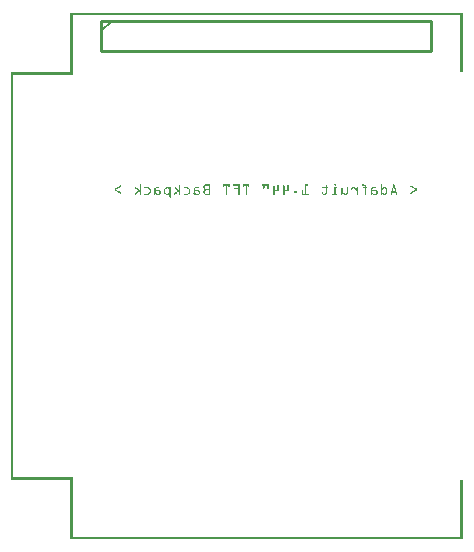
<source format=gbo>
G04 MADE WITH FRITZING*
G04 WWW.FRITZING.ORG*
G04 DOUBLE SIDED*
G04 HOLES PLATED*
G04 CONTOUR ON CENTER OF CONTOUR VECTOR*
%ASAXBY*%
%FSLAX23Y23*%
%MOIN*%
%OFA0B0*%
%SFA1.0B1.0*%
%ADD10C,0.010000*%
%ADD11C,0.005000*%
%ADD12R,0.001000X0.001000*%
%LNSILK0*%
G90*
G70*
G54D10*
X300Y1725D02*
X1400Y1725D01*
D02*
X1400Y1725D02*
X1400Y1625D01*
D02*
X1400Y1625D02*
X300Y1625D01*
D02*
X300Y1625D02*
X300Y1725D01*
G54D11*
D02*
X335Y1725D02*
X300Y1690D01*
G54D12*
X195Y1750D02*
X1504Y1750D01*
X195Y1749D02*
X1504Y1749D01*
X195Y1748D02*
X1504Y1748D01*
X195Y1747D02*
X1504Y1747D01*
X195Y1746D02*
X1504Y1746D01*
X195Y1745D02*
X204Y1745D01*
X1495Y1745D02*
X1504Y1745D01*
X195Y1744D02*
X204Y1744D01*
X1495Y1744D02*
X1504Y1744D01*
X195Y1743D02*
X204Y1743D01*
X1495Y1743D02*
X1504Y1743D01*
X195Y1742D02*
X204Y1742D01*
X1495Y1742D02*
X1504Y1742D01*
X195Y1741D02*
X204Y1741D01*
X1495Y1741D02*
X1504Y1741D01*
X195Y1740D02*
X204Y1740D01*
X1495Y1740D02*
X1504Y1740D01*
X195Y1739D02*
X204Y1739D01*
X1495Y1739D02*
X1504Y1739D01*
X195Y1738D02*
X204Y1738D01*
X1495Y1738D02*
X1504Y1738D01*
X195Y1737D02*
X204Y1737D01*
X1495Y1737D02*
X1504Y1737D01*
X195Y1736D02*
X204Y1736D01*
X1495Y1736D02*
X1504Y1736D01*
X195Y1735D02*
X204Y1735D01*
X1495Y1735D02*
X1504Y1735D01*
X195Y1734D02*
X204Y1734D01*
X1495Y1734D02*
X1504Y1734D01*
X195Y1733D02*
X204Y1733D01*
X1495Y1733D02*
X1504Y1733D01*
X195Y1732D02*
X204Y1732D01*
X1495Y1732D02*
X1504Y1732D01*
X195Y1731D02*
X204Y1731D01*
X1495Y1731D02*
X1504Y1731D01*
X195Y1730D02*
X204Y1730D01*
X1495Y1730D02*
X1504Y1730D01*
X195Y1729D02*
X204Y1729D01*
X1495Y1729D02*
X1504Y1729D01*
X195Y1728D02*
X204Y1728D01*
X1495Y1728D02*
X1504Y1728D01*
X195Y1727D02*
X204Y1727D01*
X1495Y1727D02*
X1504Y1727D01*
X195Y1726D02*
X204Y1726D01*
X1495Y1726D02*
X1504Y1726D01*
X195Y1725D02*
X204Y1725D01*
X1495Y1725D02*
X1504Y1725D01*
X195Y1724D02*
X204Y1724D01*
X1495Y1724D02*
X1504Y1724D01*
X195Y1723D02*
X204Y1723D01*
X1495Y1723D02*
X1504Y1723D01*
X195Y1722D02*
X204Y1722D01*
X1495Y1722D02*
X1504Y1722D01*
X195Y1721D02*
X204Y1721D01*
X1495Y1721D02*
X1504Y1721D01*
X195Y1720D02*
X204Y1720D01*
X1495Y1720D02*
X1504Y1720D01*
X195Y1719D02*
X204Y1719D01*
X1495Y1719D02*
X1504Y1719D01*
X195Y1718D02*
X204Y1718D01*
X1495Y1718D02*
X1504Y1718D01*
X195Y1717D02*
X204Y1717D01*
X1495Y1717D02*
X1504Y1717D01*
X195Y1716D02*
X204Y1716D01*
X1495Y1716D02*
X1504Y1716D01*
X195Y1715D02*
X204Y1715D01*
X1495Y1715D02*
X1504Y1715D01*
X195Y1714D02*
X204Y1714D01*
X1495Y1714D02*
X1504Y1714D01*
X195Y1713D02*
X204Y1713D01*
X1495Y1713D02*
X1504Y1713D01*
X195Y1712D02*
X204Y1712D01*
X1495Y1712D02*
X1504Y1712D01*
X195Y1711D02*
X204Y1711D01*
X1495Y1711D02*
X1504Y1711D01*
X195Y1710D02*
X204Y1710D01*
X1495Y1710D02*
X1504Y1710D01*
X195Y1709D02*
X204Y1709D01*
X1495Y1709D02*
X1504Y1709D01*
X195Y1708D02*
X204Y1708D01*
X1495Y1708D02*
X1504Y1708D01*
X195Y1707D02*
X204Y1707D01*
X1495Y1707D02*
X1504Y1707D01*
X195Y1706D02*
X204Y1706D01*
X1495Y1706D02*
X1504Y1706D01*
X195Y1705D02*
X204Y1705D01*
X1495Y1705D02*
X1504Y1705D01*
X195Y1704D02*
X204Y1704D01*
X1495Y1704D02*
X1504Y1704D01*
X195Y1703D02*
X204Y1703D01*
X1495Y1703D02*
X1504Y1703D01*
X195Y1702D02*
X204Y1702D01*
X1495Y1702D02*
X1504Y1702D01*
X195Y1701D02*
X204Y1701D01*
X1495Y1701D02*
X1504Y1701D01*
X195Y1700D02*
X204Y1700D01*
X1495Y1700D02*
X1504Y1700D01*
X195Y1699D02*
X204Y1699D01*
X1495Y1699D02*
X1504Y1699D01*
X195Y1698D02*
X204Y1698D01*
X1495Y1698D02*
X1504Y1698D01*
X195Y1697D02*
X204Y1697D01*
X1495Y1697D02*
X1504Y1697D01*
X195Y1696D02*
X204Y1696D01*
X1495Y1696D02*
X1504Y1696D01*
X195Y1695D02*
X204Y1695D01*
X1495Y1695D02*
X1504Y1695D01*
X195Y1694D02*
X204Y1694D01*
X1495Y1694D02*
X1504Y1694D01*
X195Y1693D02*
X204Y1693D01*
X1495Y1693D02*
X1504Y1693D01*
X195Y1692D02*
X204Y1692D01*
X1495Y1692D02*
X1504Y1692D01*
X195Y1691D02*
X204Y1691D01*
X1495Y1691D02*
X1504Y1691D01*
X195Y1690D02*
X204Y1690D01*
X1495Y1690D02*
X1504Y1690D01*
X195Y1689D02*
X204Y1689D01*
X1495Y1689D02*
X1504Y1689D01*
X195Y1688D02*
X204Y1688D01*
X1495Y1688D02*
X1504Y1688D01*
X195Y1687D02*
X204Y1687D01*
X1495Y1687D02*
X1504Y1687D01*
X195Y1686D02*
X204Y1686D01*
X1495Y1686D02*
X1504Y1686D01*
X195Y1685D02*
X204Y1685D01*
X1495Y1685D02*
X1504Y1685D01*
X195Y1684D02*
X204Y1684D01*
X1495Y1684D02*
X1504Y1684D01*
X195Y1683D02*
X204Y1683D01*
X1495Y1683D02*
X1504Y1683D01*
X195Y1682D02*
X204Y1682D01*
X1495Y1682D02*
X1504Y1682D01*
X195Y1681D02*
X204Y1681D01*
X1495Y1681D02*
X1504Y1681D01*
X195Y1680D02*
X204Y1680D01*
X1495Y1680D02*
X1504Y1680D01*
X195Y1679D02*
X204Y1679D01*
X1495Y1679D02*
X1504Y1679D01*
X195Y1678D02*
X204Y1678D01*
X1495Y1678D02*
X1504Y1678D01*
X195Y1677D02*
X204Y1677D01*
X1495Y1677D02*
X1504Y1677D01*
X195Y1676D02*
X204Y1676D01*
X1495Y1676D02*
X1504Y1676D01*
X195Y1675D02*
X204Y1675D01*
X1495Y1675D02*
X1504Y1675D01*
X195Y1674D02*
X204Y1674D01*
X1495Y1674D02*
X1504Y1674D01*
X195Y1673D02*
X204Y1673D01*
X1495Y1673D02*
X1504Y1673D01*
X195Y1672D02*
X204Y1672D01*
X1495Y1672D02*
X1504Y1672D01*
X195Y1671D02*
X204Y1671D01*
X1495Y1671D02*
X1504Y1671D01*
X195Y1670D02*
X204Y1670D01*
X1495Y1670D02*
X1504Y1670D01*
X195Y1669D02*
X204Y1669D01*
X1495Y1669D02*
X1504Y1669D01*
X195Y1668D02*
X204Y1668D01*
X1495Y1668D02*
X1504Y1668D01*
X195Y1667D02*
X204Y1667D01*
X1495Y1667D02*
X1504Y1667D01*
X195Y1666D02*
X204Y1666D01*
X1495Y1666D02*
X1504Y1666D01*
X195Y1665D02*
X204Y1665D01*
X1495Y1665D02*
X1504Y1665D01*
X195Y1664D02*
X204Y1664D01*
X1495Y1664D02*
X1504Y1664D01*
X195Y1663D02*
X204Y1663D01*
X1495Y1663D02*
X1504Y1663D01*
X195Y1662D02*
X204Y1662D01*
X1495Y1662D02*
X1504Y1662D01*
X195Y1661D02*
X204Y1661D01*
X1495Y1661D02*
X1504Y1661D01*
X195Y1660D02*
X204Y1660D01*
X1495Y1660D02*
X1504Y1660D01*
X195Y1659D02*
X204Y1659D01*
X1495Y1659D02*
X1504Y1659D01*
X195Y1658D02*
X204Y1658D01*
X1495Y1658D02*
X1504Y1658D01*
X195Y1657D02*
X204Y1657D01*
X1495Y1657D02*
X1504Y1657D01*
X195Y1656D02*
X204Y1656D01*
X1495Y1656D02*
X1504Y1656D01*
X195Y1655D02*
X204Y1655D01*
X1495Y1655D02*
X1504Y1655D01*
X195Y1654D02*
X204Y1654D01*
X1495Y1654D02*
X1504Y1654D01*
X195Y1653D02*
X204Y1653D01*
X1495Y1653D02*
X1504Y1653D01*
X195Y1652D02*
X204Y1652D01*
X1495Y1652D02*
X1504Y1652D01*
X195Y1651D02*
X204Y1651D01*
X1495Y1651D02*
X1504Y1651D01*
X195Y1650D02*
X204Y1650D01*
X1495Y1650D02*
X1504Y1650D01*
X195Y1649D02*
X204Y1649D01*
X1495Y1649D02*
X1504Y1649D01*
X195Y1648D02*
X204Y1648D01*
X1495Y1648D02*
X1504Y1648D01*
X195Y1647D02*
X204Y1647D01*
X1495Y1647D02*
X1504Y1647D01*
X195Y1646D02*
X204Y1646D01*
X1495Y1646D02*
X1504Y1646D01*
X195Y1645D02*
X204Y1645D01*
X1495Y1645D02*
X1504Y1645D01*
X195Y1644D02*
X204Y1644D01*
X1495Y1644D02*
X1504Y1644D01*
X195Y1643D02*
X204Y1643D01*
X1495Y1643D02*
X1504Y1643D01*
X195Y1642D02*
X204Y1642D01*
X1495Y1642D02*
X1504Y1642D01*
X195Y1641D02*
X204Y1641D01*
X1495Y1641D02*
X1504Y1641D01*
X195Y1640D02*
X204Y1640D01*
X1495Y1640D02*
X1504Y1640D01*
X195Y1639D02*
X204Y1639D01*
X1495Y1639D02*
X1504Y1639D01*
X195Y1638D02*
X204Y1638D01*
X1495Y1638D02*
X1504Y1638D01*
X195Y1637D02*
X204Y1637D01*
X1495Y1637D02*
X1504Y1637D01*
X195Y1636D02*
X204Y1636D01*
X1495Y1636D02*
X1504Y1636D01*
X195Y1635D02*
X204Y1635D01*
X1495Y1635D02*
X1504Y1635D01*
X195Y1634D02*
X204Y1634D01*
X1495Y1634D02*
X1504Y1634D01*
X195Y1633D02*
X204Y1633D01*
X1495Y1633D02*
X1504Y1633D01*
X195Y1632D02*
X204Y1632D01*
X1495Y1632D02*
X1504Y1632D01*
X195Y1631D02*
X204Y1631D01*
X1495Y1631D02*
X1504Y1631D01*
X195Y1630D02*
X204Y1630D01*
X1495Y1630D02*
X1504Y1630D01*
X195Y1629D02*
X204Y1629D01*
X1495Y1629D02*
X1504Y1629D01*
X195Y1628D02*
X204Y1628D01*
X1495Y1628D02*
X1504Y1628D01*
X195Y1627D02*
X204Y1627D01*
X1495Y1627D02*
X1504Y1627D01*
X195Y1626D02*
X204Y1626D01*
X1495Y1626D02*
X1504Y1626D01*
X195Y1625D02*
X204Y1625D01*
X1495Y1625D02*
X1504Y1625D01*
X195Y1624D02*
X204Y1624D01*
X1495Y1624D02*
X1504Y1624D01*
X195Y1623D02*
X204Y1623D01*
X1495Y1623D02*
X1504Y1623D01*
X195Y1622D02*
X204Y1622D01*
X1495Y1622D02*
X1504Y1622D01*
X195Y1621D02*
X204Y1621D01*
X1495Y1621D02*
X1504Y1621D01*
X195Y1620D02*
X204Y1620D01*
X1495Y1620D02*
X1504Y1620D01*
X195Y1619D02*
X204Y1619D01*
X1495Y1619D02*
X1504Y1619D01*
X195Y1618D02*
X204Y1618D01*
X1495Y1618D02*
X1504Y1618D01*
X195Y1617D02*
X204Y1617D01*
X1495Y1617D02*
X1504Y1617D01*
X195Y1616D02*
X204Y1616D01*
X1495Y1616D02*
X1504Y1616D01*
X195Y1615D02*
X204Y1615D01*
X1495Y1615D02*
X1504Y1615D01*
X195Y1614D02*
X204Y1614D01*
X1495Y1614D02*
X1504Y1614D01*
X195Y1613D02*
X204Y1613D01*
X1495Y1613D02*
X1504Y1613D01*
X195Y1612D02*
X204Y1612D01*
X1495Y1612D02*
X1504Y1612D01*
X195Y1611D02*
X204Y1611D01*
X1495Y1611D02*
X1504Y1611D01*
X195Y1610D02*
X204Y1610D01*
X1495Y1610D02*
X1504Y1610D01*
X195Y1609D02*
X204Y1609D01*
X1495Y1609D02*
X1504Y1609D01*
X195Y1608D02*
X204Y1608D01*
X1495Y1608D02*
X1504Y1608D01*
X195Y1607D02*
X204Y1607D01*
X1495Y1607D02*
X1504Y1607D01*
X195Y1606D02*
X204Y1606D01*
X1495Y1606D02*
X1504Y1606D01*
X195Y1605D02*
X204Y1605D01*
X1495Y1605D02*
X1504Y1605D01*
X195Y1604D02*
X204Y1604D01*
X1495Y1604D02*
X1504Y1604D01*
X195Y1603D02*
X204Y1603D01*
X1495Y1603D02*
X1504Y1603D01*
X195Y1602D02*
X204Y1602D01*
X1495Y1602D02*
X1504Y1602D01*
X195Y1601D02*
X204Y1601D01*
X1495Y1601D02*
X1504Y1601D01*
X195Y1600D02*
X204Y1600D01*
X1495Y1600D02*
X1504Y1600D01*
X195Y1599D02*
X204Y1599D01*
X1495Y1599D02*
X1504Y1599D01*
X195Y1598D02*
X204Y1598D01*
X1495Y1598D02*
X1504Y1598D01*
X195Y1597D02*
X204Y1597D01*
X1495Y1597D02*
X1504Y1597D01*
X195Y1596D02*
X204Y1596D01*
X1495Y1596D02*
X1504Y1596D01*
X195Y1595D02*
X204Y1595D01*
X1495Y1595D02*
X1504Y1595D01*
X195Y1594D02*
X204Y1594D01*
X1495Y1594D02*
X1504Y1594D01*
X195Y1593D02*
X204Y1593D01*
X1495Y1593D02*
X1504Y1593D01*
X195Y1592D02*
X204Y1592D01*
X1495Y1592D02*
X1504Y1592D01*
X195Y1591D02*
X204Y1591D01*
X1495Y1591D02*
X1504Y1591D01*
X195Y1590D02*
X204Y1590D01*
X1495Y1590D02*
X1504Y1590D01*
X195Y1589D02*
X204Y1589D01*
X1495Y1589D02*
X1504Y1589D01*
X195Y1588D02*
X204Y1588D01*
X1495Y1588D02*
X1504Y1588D01*
X195Y1587D02*
X204Y1587D01*
X1495Y1587D02*
X1504Y1587D01*
X195Y1586D02*
X204Y1586D01*
X1495Y1586D02*
X1504Y1586D01*
X195Y1585D02*
X204Y1585D01*
X1495Y1585D02*
X1504Y1585D01*
X195Y1584D02*
X204Y1584D01*
X1495Y1584D02*
X1504Y1584D01*
X195Y1583D02*
X204Y1583D01*
X1495Y1583D02*
X1504Y1583D01*
X195Y1582D02*
X204Y1582D01*
X1495Y1582D02*
X1504Y1582D01*
X195Y1581D02*
X204Y1581D01*
X1495Y1581D02*
X1504Y1581D01*
X195Y1580D02*
X204Y1580D01*
X1495Y1580D02*
X1504Y1580D01*
X195Y1579D02*
X204Y1579D01*
X1495Y1579D02*
X1504Y1579D01*
X195Y1578D02*
X204Y1578D01*
X1495Y1578D02*
X1504Y1578D01*
X195Y1577D02*
X204Y1577D01*
X1495Y1577D02*
X1504Y1577D01*
X195Y1576D02*
X204Y1576D01*
X1495Y1576D02*
X1504Y1576D01*
X195Y1575D02*
X204Y1575D01*
X1495Y1575D02*
X1504Y1575D01*
X195Y1574D02*
X204Y1574D01*
X1495Y1574D02*
X1504Y1574D01*
X195Y1573D02*
X204Y1573D01*
X1495Y1573D02*
X1504Y1573D01*
X195Y1572D02*
X204Y1572D01*
X1495Y1572D02*
X1504Y1572D01*
X195Y1571D02*
X204Y1571D01*
X1495Y1571D02*
X1504Y1571D01*
X195Y1570D02*
X204Y1570D01*
X1495Y1570D02*
X1504Y1570D01*
X195Y1569D02*
X204Y1569D01*
X1495Y1569D02*
X1504Y1569D01*
X195Y1568D02*
X204Y1568D01*
X1495Y1568D02*
X1504Y1568D01*
X195Y1567D02*
X204Y1567D01*
X1495Y1567D02*
X1504Y1567D01*
X195Y1566D02*
X204Y1566D01*
X1495Y1566D02*
X1504Y1566D01*
X195Y1565D02*
X204Y1565D01*
X1495Y1565D02*
X1504Y1565D01*
X195Y1564D02*
X204Y1564D01*
X1495Y1564D02*
X1504Y1564D01*
X195Y1563D02*
X204Y1563D01*
X1495Y1563D02*
X1504Y1563D01*
X195Y1562D02*
X204Y1562D01*
X1495Y1562D02*
X1504Y1562D01*
X195Y1561D02*
X204Y1561D01*
X1495Y1561D02*
X1504Y1561D01*
X195Y1560D02*
X204Y1560D01*
X1495Y1560D02*
X1504Y1560D01*
X195Y1559D02*
X204Y1559D01*
X1495Y1559D02*
X1504Y1559D01*
X195Y1558D02*
X204Y1558D01*
X1495Y1558D02*
X1504Y1558D01*
X195Y1557D02*
X204Y1557D01*
X1495Y1557D02*
X1504Y1557D01*
X195Y1556D02*
X204Y1556D01*
X1495Y1556D02*
X1504Y1556D01*
X0Y1555D02*
X204Y1555D01*
X0Y1554D02*
X204Y1554D01*
X0Y1553D02*
X204Y1553D01*
X0Y1552D02*
X204Y1552D01*
X0Y1551D02*
X204Y1551D01*
X0Y1550D02*
X204Y1550D01*
X0Y1549D02*
X204Y1549D01*
X0Y1548D02*
X204Y1548D01*
X0Y1547D02*
X204Y1547D01*
X0Y1546D02*
X204Y1546D01*
X0Y1545D02*
X4Y1545D01*
X0Y1544D02*
X4Y1544D01*
X0Y1543D02*
X4Y1543D01*
X0Y1542D02*
X4Y1542D01*
X0Y1541D02*
X4Y1541D01*
X0Y1540D02*
X4Y1540D01*
X0Y1539D02*
X4Y1539D01*
X0Y1538D02*
X4Y1538D01*
X0Y1537D02*
X4Y1537D01*
X0Y1536D02*
X4Y1536D01*
X0Y1535D02*
X4Y1535D01*
X0Y1534D02*
X4Y1534D01*
X0Y1533D02*
X4Y1533D01*
X0Y1532D02*
X4Y1532D01*
X0Y1531D02*
X4Y1531D01*
X0Y1530D02*
X4Y1530D01*
X0Y1529D02*
X4Y1529D01*
X0Y1528D02*
X4Y1528D01*
X0Y1527D02*
X4Y1527D01*
X0Y1526D02*
X4Y1526D01*
X0Y1525D02*
X4Y1525D01*
X0Y1524D02*
X4Y1524D01*
X0Y1523D02*
X4Y1523D01*
X0Y1522D02*
X4Y1522D01*
X0Y1521D02*
X4Y1521D01*
X0Y1520D02*
X4Y1520D01*
X0Y1519D02*
X4Y1519D01*
X0Y1518D02*
X4Y1518D01*
X0Y1517D02*
X4Y1517D01*
X0Y1516D02*
X4Y1516D01*
X0Y1515D02*
X4Y1515D01*
X0Y1514D02*
X4Y1514D01*
X0Y1513D02*
X4Y1513D01*
X0Y1512D02*
X4Y1512D01*
X0Y1511D02*
X4Y1511D01*
X0Y1510D02*
X4Y1510D01*
X0Y1509D02*
X4Y1509D01*
X0Y1508D02*
X4Y1508D01*
X0Y1507D02*
X4Y1507D01*
X0Y1506D02*
X4Y1506D01*
X0Y1505D02*
X4Y1505D01*
X0Y1504D02*
X4Y1504D01*
X0Y1503D02*
X4Y1503D01*
X0Y1502D02*
X4Y1502D01*
X0Y1501D02*
X4Y1501D01*
X0Y1500D02*
X4Y1500D01*
X0Y1499D02*
X4Y1499D01*
X0Y1498D02*
X4Y1498D01*
X0Y1497D02*
X4Y1497D01*
X0Y1496D02*
X4Y1496D01*
X0Y1495D02*
X4Y1495D01*
X0Y1494D02*
X4Y1494D01*
X0Y1493D02*
X4Y1493D01*
X0Y1492D02*
X4Y1492D01*
X0Y1491D02*
X4Y1491D01*
X0Y1490D02*
X4Y1490D01*
X0Y1489D02*
X4Y1489D01*
X0Y1488D02*
X4Y1488D01*
X0Y1487D02*
X4Y1487D01*
X0Y1486D02*
X4Y1486D01*
X0Y1485D02*
X4Y1485D01*
X0Y1484D02*
X4Y1484D01*
X0Y1483D02*
X4Y1483D01*
X0Y1482D02*
X4Y1482D01*
X0Y1481D02*
X4Y1481D01*
X0Y1480D02*
X4Y1480D01*
X0Y1479D02*
X4Y1479D01*
X0Y1478D02*
X4Y1478D01*
X0Y1477D02*
X4Y1477D01*
X0Y1476D02*
X4Y1476D01*
X0Y1475D02*
X4Y1475D01*
X0Y1474D02*
X4Y1474D01*
X0Y1473D02*
X4Y1473D01*
X0Y1472D02*
X4Y1472D01*
X0Y1471D02*
X4Y1471D01*
X0Y1470D02*
X4Y1470D01*
X0Y1469D02*
X4Y1469D01*
X0Y1468D02*
X4Y1468D01*
X0Y1467D02*
X4Y1467D01*
X0Y1466D02*
X4Y1466D01*
X0Y1465D02*
X4Y1465D01*
X0Y1464D02*
X4Y1464D01*
X0Y1463D02*
X4Y1463D01*
X0Y1462D02*
X4Y1462D01*
X0Y1461D02*
X4Y1461D01*
X0Y1460D02*
X4Y1460D01*
X0Y1459D02*
X4Y1459D01*
X0Y1458D02*
X4Y1458D01*
X0Y1457D02*
X4Y1457D01*
X0Y1456D02*
X4Y1456D01*
X0Y1455D02*
X4Y1455D01*
X0Y1454D02*
X4Y1454D01*
X0Y1453D02*
X4Y1453D01*
X0Y1452D02*
X4Y1452D01*
X0Y1451D02*
X4Y1451D01*
X0Y1450D02*
X4Y1450D01*
X0Y1449D02*
X4Y1449D01*
X0Y1448D02*
X4Y1448D01*
X0Y1447D02*
X4Y1447D01*
X0Y1446D02*
X4Y1446D01*
X0Y1445D02*
X4Y1445D01*
X0Y1444D02*
X4Y1444D01*
X0Y1443D02*
X4Y1443D01*
X0Y1442D02*
X4Y1442D01*
X0Y1441D02*
X4Y1441D01*
X0Y1440D02*
X4Y1440D01*
X0Y1439D02*
X4Y1439D01*
X0Y1438D02*
X4Y1438D01*
X0Y1437D02*
X4Y1437D01*
X0Y1436D02*
X4Y1436D01*
X0Y1435D02*
X4Y1435D01*
X0Y1434D02*
X4Y1434D01*
X0Y1433D02*
X4Y1433D01*
X0Y1432D02*
X4Y1432D01*
X0Y1431D02*
X4Y1431D01*
X0Y1430D02*
X4Y1430D01*
X0Y1429D02*
X4Y1429D01*
X0Y1428D02*
X4Y1428D01*
X0Y1427D02*
X4Y1427D01*
X0Y1426D02*
X4Y1426D01*
X0Y1425D02*
X4Y1425D01*
X0Y1424D02*
X4Y1424D01*
X0Y1423D02*
X4Y1423D01*
X0Y1422D02*
X4Y1422D01*
X0Y1421D02*
X4Y1421D01*
X0Y1420D02*
X4Y1420D01*
X0Y1419D02*
X4Y1419D01*
X0Y1418D02*
X4Y1418D01*
X0Y1417D02*
X4Y1417D01*
X0Y1416D02*
X4Y1416D01*
X0Y1415D02*
X4Y1415D01*
X0Y1414D02*
X4Y1414D01*
X0Y1413D02*
X4Y1413D01*
X0Y1412D02*
X4Y1412D01*
X0Y1411D02*
X4Y1411D01*
X0Y1410D02*
X4Y1410D01*
X0Y1409D02*
X4Y1409D01*
X0Y1408D02*
X4Y1408D01*
X0Y1407D02*
X4Y1407D01*
X0Y1406D02*
X4Y1406D01*
X0Y1405D02*
X4Y1405D01*
X0Y1404D02*
X4Y1404D01*
X0Y1403D02*
X4Y1403D01*
X0Y1402D02*
X4Y1402D01*
X0Y1401D02*
X4Y1401D01*
X0Y1400D02*
X4Y1400D01*
X0Y1399D02*
X4Y1399D01*
X0Y1398D02*
X4Y1398D01*
X0Y1397D02*
X4Y1397D01*
X0Y1396D02*
X4Y1396D01*
X0Y1395D02*
X4Y1395D01*
X0Y1394D02*
X4Y1394D01*
X0Y1393D02*
X4Y1393D01*
X0Y1392D02*
X4Y1392D01*
X0Y1391D02*
X4Y1391D01*
X0Y1390D02*
X4Y1390D01*
X0Y1389D02*
X4Y1389D01*
X0Y1388D02*
X4Y1388D01*
X0Y1387D02*
X4Y1387D01*
X0Y1386D02*
X4Y1386D01*
X0Y1385D02*
X4Y1385D01*
X0Y1384D02*
X4Y1384D01*
X0Y1383D02*
X4Y1383D01*
X0Y1382D02*
X4Y1382D01*
X0Y1381D02*
X4Y1381D01*
X0Y1380D02*
X4Y1380D01*
X0Y1379D02*
X4Y1379D01*
X0Y1378D02*
X4Y1378D01*
X0Y1377D02*
X4Y1377D01*
X0Y1376D02*
X4Y1376D01*
X0Y1375D02*
X4Y1375D01*
X0Y1374D02*
X4Y1374D01*
X0Y1373D02*
X4Y1373D01*
X0Y1372D02*
X4Y1372D01*
X0Y1371D02*
X4Y1371D01*
X0Y1370D02*
X4Y1370D01*
X0Y1369D02*
X4Y1369D01*
X0Y1368D02*
X4Y1368D01*
X0Y1367D02*
X4Y1367D01*
X0Y1366D02*
X4Y1366D01*
X0Y1365D02*
X4Y1365D01*
X0Y1364D02*
X4Y1364D01*
X0Y1363D02*
X4Y1363D01*
X0Y1362D02*
X4Y1362D01*
X0Y1361D02*
X4Y1361D01*
X0Y1360D02*
X4Y1360D01*
X0Y1359D02*
X4Y1359D01*
X0Y1358D02*
X4Y1358D01*
X0Y1357D02*
X4Y1357D01*
X0Y1356D02*
X4Y1356D01*
X0Y1355D02*
X4Y1355D01*
X0Y1354D02*
X4Y1354D01*
X0Y1353D02*
X4Y1353D01*
X0Y1352D02*
X4Y1352D01*
X0Y1351D02*
X4Y1351D01*
X0Y1350D02*
X4Y1350D01*
X0Y1349D02*
X4Y1349D01*
X0Y1348D02*
X4Y1348D01*
X0Y1347D02*
X4Y1347D01*
X0Y1346D02*
X4Y1346D01*
X0Y1345D02*
X4Y1345D01*
X0Y1344D02*
X4Y1344D01*
X0Y1343D02*
X4Y1343D01*
X0Y1342D02*
X4Y1342D01*
X0Y1341D02*
X4Y1341D01*
X0Y1340D02*
X4Y1340D01*
X0Y1339D02*
X4Y1339D01*
X0Y1338D02*
X4Y1338D01*
X0Y1337D02*
X4Y1337D01*
X0Y1336D02*
X4Y1336D01*
X0Y1335D02*
X4Y1335D01*
X0Y1334D02*
X4Y1334D01*
X0Y1333D02*
X4Y1333D01*
X0Y1332D02*
X4Y1332D01*
X0Y1331D02*
X4Y1331D01*
X0Y1330D02*
X4Y1330D01*
X0Y1329D02*
X4Y1329D01*
X0Y1328D02*
X4Y1328D01*
X0Y1327D02*
X4Y1327D01*
X0Y1326D02*
X4Y1326D01*
X0Y1325D02*
X4Y1325D01*
X0Y1324D02*
X4Y1324D01*
X0Y1323D02*
X4Y1323D01*
X0Y1322D02*
X4Y1322D01*
X0Y1321D02*
X4Y1321D01*
X0Y1320D02*
X4Y1320D01*
X0Y1319D02*
X4Y1319D01*
X0Y1318D02*
X4Y1318D01*
X0Y1317D02*
X4Y1317D01*
X0Y1316D02*
X4Y1316D01*
X0Y1315D02*
X4Y1315D01*
X0Y1314D02*
X4Y1314D01*
X0Y1313D02*
X4Y1313D01*
X0Y1312D02*
X4Y1312D01*
X0Y1311D02*
X4Y1311D01*
X0Y1310D02*
X4Y1310D01*
X0Y1309D02*
X4Y1309D01*
X0Y1308D02*
X4Y1308D01*
X0Y1307D02*
X4Y1307D01*
X0Y1306D02*
X4Y1306D01*
X0Y1305D02*
X4Y1305D01*
X0Y1304D02*
X4Y1304D01*
X0Y1303D02*
X4Y1303D01*
X0Y1302D02*
X4Y1302D01*
X0Y1301D02*
X4Y1301D01*
X0Y1300D02*
X4Y1300D01*
X0Y1299D02*
X4Y1299D01*
X0Y1298D02*
X4Y1298D01*
X0Y1297D02*
X4Y1297D01*
X0Y1296D02*
X4Y1296D01*
X0Y1295D02*
X4Y1295D01*
X0Y1294D02*
X4Y1294D01*
X0Y1293D02*
X4Y1293D01*
X0Y1292D02*
X4Y1292D01*
X0Y1291D02*
X4Y1291D01*
X0Y1290D02*
X4Y1290D01*
X0Y1289D02*
X4Y1289D01*
X0Y1288D02*
X4Y1288D01*
X0Y1287D02*
X4Y1287D01*
X0Y1286D02*
X4Y1286D01*
X0Y1285D02*
X4Y1285D01*
X0Y1284D02*
X4Y1284D01*
X0Y1283D02*
X4Y1283D01*
X0Y1282D02*
X4Y1282D01*
X0Y1281D02*
X4Y1281D01*
X0Y1280D02*
X4Y1280D01*
X0Y1279D02*
X4Y1279D01*
X0Y1278D02*
X4Y1278D01*
X0Y1277D02*
X4Y1277D01*
X0Y1276D02*
X4Y1276D01*
X0Y1275D02*
X4Y1275D01*
X0Y1274D02*
X4Y1274D01*
X0Y1273D02*
X4Y1273D01*
X0Y1272D02*
X4Y1272D01*
X0Y1271D02*
X4Y1271D01*
X0Y1270D02*
X4Y1270D01*
X0Y1269D02*
X4Y1269D01*
X0Y1268D02*
X4Y1268D01*
X0Y1267D02*
X4Y1267D01*
X0Y1266D02*
X4Y1266D01*
X0Y1265D02*
X4Y1265D01*
X0Y1264D02*
X4Y1264D01*
X0Y1263D02*
X4Y1263D01*
X0Y1262D02*
X4Y1262D01*
X0Y1261D02*
X4Y1261D01*
X0Y1260D02*
X4Y1260D01*
X0Y1259D02*
X4Y1259D01*
X0Y1258D02*
X4Y1258D01*
X0Y1257D02*
X4Y1257D01*
X0Y1256D02*
X4Y1256D01*
X0Y1255D02*
X4Y1255D01*
X0Y1254D02*
X4Y1254D01*
X0Y1253D02*
X4Y1253D01*
X0Y1252D02*
X4Y1252D01*
X0Y1251D02*
X4Y1251D01*
X0Y1250D02*
X4Y1250D01*
X0Y1249D02*
X4Y1249D01*
X0Y1248D02*
X4Y1248D01*
X0Y1247D02*
X4Y1247D01*
X0Y1246D02*
X4Y1246D01*
X0Y1245D02*
X4Y1245D01*
X0Y1244D02*
X4Y1244D01*
X0Y1243D02*
X4Y1243D01*
X0Y1242D02*
X4Y1242D01*
X0Y1241D02*
X4Y1241D01*
X0Y1240D02*
X4Y1240D01*
X0Y1239D02*
X4Y1239D01*
X0Y1238D02*
X4Y1238D01*
X0Y1237D02*
X4Y1237D01*
X0Y1236D02*
X4Y1236D01*
X0Y1235D02*
X4Y1235D01*
X0Y1234D02*
X4Y1234D01*
X0Y1233D02*
X4Y1233D01*
X0Y1232D02*
X4Y1232D01*
X0Y1231D02*
X4Y1231D01*
X0Y1230D02*
X4Y1230D01*
X0Y1229D02*
X4Y1229D01*
X0Y1228D02*
X4Y1228D01*
X0Y1227D02*
X4Y1227D01*
X0Y1226D02*
X4Y1226D01*
X0Y1225D02*
X4Y1225D01*
X0Y1224D02*
X4Y1224D01*
X0Y1223D02*
X4Y1223D01*
X0Y1222D02*
X4Y1222D01*
X0Y1221D02*
X4Y1221D01*
X0Y1220D02*
X4Y1220D01*
X0Y1219D02*
X4Y1219D01*
X0Y1218D02*
X4Y1218D01*
X0Y1217D02*
X4Y1217D01*
X0Y1216D02*
X4Y1216D01*
X0Y1215D02*
X4Y1215D01*
X0Y1214D02*
X4Y1214D01*
X0Y1213D02*
X4Y1213D01*
X0Y1212D02*
X4Y1212D01*
X0Y1211D02*
X4Y1211D01*
X0Y1210D02*
X4Y1210D01*
X0Y1209D02*
X4Y1209D01*
X0Y1208D02*
X4Y1208D01*
X0Y1207D02*
X4Y1207D01*
X0Y1206D02*
X4Y1206D01*
X0Y1205D02*
X4Y1205D01*
X0Y1204D02*
X4Y1204D01*
X0Y1203D02*
X4Y1203D01*
X0Y1202D02*
X4Y1202D01*
X0Y1201D02*
X4Y1201D01*
X0Y1200D02*
X4Y1200D01*
X0Y1199D02*
X4Y1199D01*
X0Y1198D02*
X4Y1198D01*
X0Y1197D02*
X4Y1197D01*
X0Y1196D02*
X4Y1196D01*
X0Y1195D02*
X4Y1195D01*
X0Y1194D02*
X4Y1194D01*
X0Y1193D02*
X4Y1193D01*
X0Y1192D02*
X4Y1192D01*
X0Y1191D02*
X4Y1191D01*
X0Y1190D02*
X4Y1190D01*
X0Y1189D02*
X4Y1189D01*
X0Y1188D02*
X4Y1188D01*
X0Y1187D02*
X4Y1187D01*
X0Y1186D02*
X4Y1186D01*
X0Y1185D02*
X4Y1185D01*
X0Y1184D02*
X4Y1184D01*
X0Y1183D02*
X4Y1183D01*
X0Y1182D02*
X4Y1182D01*
X1078Y1182D02*
X1081Y1182D01*
X0Y1181D02*
X4Y1181D01*
X1077Y1181D02*
X1082Y1181D01*
X0Y1180D02*
X4Y1180D01*
X430Y1180D02*
X431Y1180D01*
X561Y1180D02*
X562Y1180D01*
X647Y1180D02*
X662Y1180D01*
X706Y1180D02*
X727Y1180D01*
X740Y1180D02*
X760Y1180D01*
X772Y1180D02*
X793Y1180D01*
X837Y1180D02*
X859Y1180D01*
X888Y1180D02*
X889Y1180D01*
X921Y1180D02*
X922Y1180D01*
X978Y1180D02*
X989Y1180D01*
X1076Y1180D02*
X1082Y1180D01*
X1168Y1180D02*
X1176Y1180D01*
X1233Y1180D02*
X1234Y1180D01*
X1274Y1180D02*
X1276Y1180D01*
X0Y1179D02*
X4Y1179D01*
X429Y1179D02*
X432Y1179D01*
X560Y1179D02*
X563Y1179D01*
X645Y1179D02*
X662Y1179D01*
X706Y1179D02*
X728Y1179D01*
X739Y1179D02*
X760Y1179D01*
X772Y1179D02*
X793Y1179D01*
X837Y1179D02*
X859Y1179D01*
X887Y1179D02*
X890Y1179D01*
X920Y1179D02*
X923Y1179D01*
X978Y1179D02*
X990Y1179D01*
X1076Y1179D02*
X1082Y1179D01*
X1167Y1179D02*
X1178Y1179D01*
X1232Y1179D02*
X1235Y1179D01*
X1274Y1179D02*
X1277Y1179D01*
X0Y1178D02*
X4Y1178D01*
X428Y1178D02*
X432Y1178D01*
X560Y1178D02*
X563Y1178D01*
X643Y1178D02*
X662Y1178D01*
X706Y1178D02*
X728Y1178D01*
X739Y1178D02*
X760Y1178D01*
X772Y1178D02*
X793Y1178D01*
X837Y1178D02*
X859Y1178D01*
X887Y1178D02*
X891Y1178D01*
X920Y1178D02*
X923Y1178D01*
X978Y1178D02*
X990Y1178D01*
X1049Y1178D02*
X1050Y1178D01*
X1076Y1178D02*
X1082Y1178D01*
X1167Y1178D02*
X1179Y1178D01*
X1231Y1178D02*
X1235Y1178D01*
X1273Y1178D02*
X1277Y1178D01*
X0Y1177D02*
X4Y1177D01*
X428Y1177D02*
X432Y1177D01*
X560Y1177D02*
X563Y1177D01*
X642Y1177D02*
X662Y1177D01*
X706Y1177D02*
X728Y1177D01*
X739Y1177D02*
X760Y1177D01*
X772Y1177D02*
X793Y1177D01*
X837Y1177D02*
X859Y1177D01*
X887Y1177D02*
X891Y1177D01*
X920Y1177D02*
X924Y1177D01*
X978Y1177D02*
X990Y1177D01*
X1048Y1177D02*
X1051Y1177D01*
X1077Y1177D02*
X1082Y1177D01*
X1167Y1177D02*
X1180Y1177D01*
X1231Y1177D02*
X1235Y1177D01*
X1273Y1177D02*
X1277Y1177D01*
X0Y1176D02*
X4Y1176D01*
X364Y1176D02*
X365Y1176D01*
X428Y1176D02*
X432Y1176D01*
X560Y1176D02*
X563Y1176D01*
X642Y1176D02*
X662Y1176D01*
X706Y1176D02*
X728Y1176D01*
X740Y1176D02*
X760Y1176D01*
X772Y1176D02*
X793Y1176D01*
X837Y1176D02*
X859Y1176D01*
X875Y1176D02*
X876Y1176D01*
X887Y1176D02*
X891Y1176D01*
X907Y1176D02*
X909Y1176D01*
X920Y1176D02*
X924Y1176D01*
X978Y1176D02*
X989Y1176D01*
X1048Y1176D02*
X1051Y1176D01*
X1078Y1176D02*
X1081Y1176D01*
X1168Y1176D02*
X1181Y1176D01*
X1231Y1176D02*
X1235Y1176D01*
X1273Y1176D02*
X1278Y1176D01*
X1331Y1176D02*
X1333Y1176D01*
X0Y1175D02*
X4Y1175D01*
X362Y1175D02*
X366Y1175D01*
X428Y1175D02*
X432Y1175D01*
X560Y1175D02*
X563Y1175D01*
X641Y1175D02*
X646Y1175D01*
X658Y1175D02*
X662Y1175D01*
X706Y1175D02*
X710Y1175D01*
X715Y1175D02*
X719Y1175D01*
X724Y1175D02*
X728Y1175D01*
X757Y1175D02*
X760Y1175D01*
X772Y1175D02*
X775Y1175D01*
X781Y1175D02*
X784Y1175D01*
X790Y1175D02*
X793Y1175D01*
X838Y1175D02*
X845Y1175D01*
X851Y1175D02*
X858Y1175D01*
X874Y1175D02*
X877Y1175D01*
X887Y1175D02*
X891Y1175D01*
X907Y1175D02*
X910Y1175D01*
X920Y1175D02*
X924Y1175D01*
X978Y1175D02*
X981Y1175D01*
X1048Y1175D02*
X1051Y1175D01*
X1177Y1175D02*
X1181Y1175D01*
X1231Y1175D02*
X1235Y1175D01*
X1272Y1175D02*
X1278Y1175D01*
X1330Y1175D02*
X1334Y1175D01*
X0Y1174D02*
X4Y1174D01*
X360Y1174D02*
X366Y1174D01*
X428Y1174D02*
X432Y1174D01*
X560Y1174D02*
X563Y1174D01*
X641Y1174D02*
X645Y1174D01*
X658Y1174D02*
X662Y1174D01*
X706Y1174D02*
X709Y1174D01*
X715Y1174D02*
X719Y1174D01*
X724Y1174D02*
X727Y1174D01*
X757Y1174D02*
X760Y1174D01*
X772Y1174D02*
X775Y1174D01*
X781Y1174D02*
X784Y1174D01*
X790Y1174D02*
X793Y1174D01*
X838Y1174D02*
X845Y1174D01*
X852Y1174D02*
X858Y1174D01*
X874Y1174D02*
X877Y1174D01*
X887Y1174D02*
X891Y1174D01*
X906Y1174D02*
X910Y1174D01*
X920Y1174D02*
X924Y1174D01*
X978Y1174D02*
X981Y1174D01*
X1048Y1174D02*
X1051Y1174D01*
X1178Y1174D02*
X1182Y1174D01*
X1231Y1174D02*
X1235Y1174D01*
X1272Y1174D02*
X1278Y1174D01*
X1330Y1174D02*
X1336Y1174D01*
X0Y1173D02*
X4Y1173D01*
X358Y1173D02*
X366Y1173D01*
X428Y1173D02*
X432Y1173D01*
X560Y1173D02*
X563Y1173D01*
X640Y1173D02*
X644Y1173D01*
X658Y1173D02*
X662Y1173D01*
X706Y1173D02*
X709Y1173D01*
X715Y1173D02*
X719Y1173D01*
X724Y1173D02*
X727Y1173D01*
X757Y1173D02*
X760Y1173D01*
X772Y1173D02*
X775Y1173D01*
X781Y1173D02*
X784Y1173D01*
X790Y1173D02*
X793Y1173D01*
X838Y1173D02*
X844Y1173D01*
X852Y1173D02*
X858Y1173D01*
X874Y1173D02*
X877Y1173D01*
X887Y1173D02*
X891Y1173D01*
X906Y1173D02*
X910Y1173D01*
X920Y1173D02*
X924Y1173D01*
X978Y1173D02*
X981Y1173D01*
X1048Y1173D02*
X1051Y1173D01*
X1178Y1173D02*
X1182Y1173D01*
X1231Y1173D02*
X1235Y1173D01*
X1272Y1173D02*
X1278Y1173D01*
X1330Y1173D02*
X1338Y1173D01*
X0Y1172D02*
X4Y1172D01*
X357Y1172D02*
X365Y1172D01*
X428Y1172D02*
X432Y1172D01*
X560Y1172D02*
X563Y1172D01*
X640Y1172D02*
X644Y1172D01*
X658Y1172D02*
X662Y1172D01*
X708Y1172D02*
X708Y1172D01*
X715Y1172D02*
X719Y1172D01*
X726Y1172D02*
X726Y1172D01*
X757Y1172D02*
X760Y1172D01*
X773Y1172D02*
X774Y1172D01*
X781Y1172D02*
X784Y1172D01*
X791Y1172D02*
X792Y1172D01*
X838Y1172D02*
X844Y1172D01*
X852Y1172D02*
X858Y1172D01*
X874Y1172D02*
X877Y1172D01*
X887Y1172D02*
X891Y1172D01*
X906Y1172D02*
X910Y1172D01*
X920Y1172D02*
X924Y1172D01*
X978Y1172D02*
X981Y1172D01*
X1048Y1172D02*
X1051Y1172D01*
X1178Y1172D02*
X1182Y1172D01*
X1231Y1172D02*
X1235Y1172D01*
X1271Y1172D02*
X1279Y1172D01*
X1331Y1172D02*
X1339Y1172D01*
X0Y1171D02*
X4Y1171D01*
X355Y1171D02*
X363Y1171D01*
X428Y1171D02*
X432Y1171D01*
X517Y1171D02*
X522Y1171D01*
X528Y1171D02*
X530Y1171D01*
X560Y1171D02*
X563Y1171D01*
X640Y1171D02*
X644Y1171D01*
X658Y1171D02*
X662Y1171D01*
X715Y1171D02*
X719Y1171D01*
X757Y1171D02*
X760Y1171D01*
X781Y1171D02*
X784Y1171D01*
X839Y1171D02*
X844Y1171D01*
X852Y1171D02*
X858Y1171D01*
X874Y1171D02*
X877Y1171D01*
X887Y1171D02*
X891Y1171D01*
X906Y1171D02*
X910Y1171D01*
X920Y1171D02*
X924Y1171D01*
X978Y1171D02*
X981Y1171D01*
X1048Y1171D02*
X1052Y1171D01*
X1178Y1171D02*
X1182Y1171D01*
X1231Y1171D02*
X1235Y1171D01*
X1271Y1171D02*
X1279Y1171D01*
X1333Y1171D02*
X1341Y1171D01*
X0Y1170D02*
X4Y1170D01*
X353Y1170D02*
X361Y1170D01*
X413Y1170D02*
X416Y1170D01*
X428Y1170D02*
X432Y1170D01*
X444Y1170D02*
X457Y1170D01*
X481Y1170D02*
X492Y1170D01*
X515Y1170D02*
X524Y1170D01*
X527Y1170D02*
X530Y1170D01*
X545Y1170D02*
X547Y1170D01*
X560Y1170D02*
X563Y1170D01*
X575Y1170D02*
X588Y1170D01*
X612Y1170D02*
X624Y1170D01*
X640Y1170D02*
X644Y1170D01*
X658Y1170D02*
X662Y1170D01*
X715Y1170D02*
X719Y1170D01*
X757Y1170D02*
X760Y1170D01*
X781Y1170D02*
X784Y1170D01*
X839Y1170D02*
X844Y1170D01*
X852Y1170D02*
X857Y1170D01*
X874Y1170D02*
X877Y1170D01*
X887Y1170D02*
X891Y1170D01*
X906Y1170D02*
X910Y1170D01*
X920Y1170D02*
X924Y1170D01*
X978Y1170D02*
X981Y1170D01*
X1037Y1170D02*
X1055Y1170D01*
X1077Y1170D02*
X1086Y1170D01*
X1101Y1170D02*
X1103Y1170D01*
X1119Y1170D02*
X1121Y1170D01*
X1137Y1170D02*
X1145Y1170D01*
X1152Y1170D02*
X1154Y1170D01*
X1172Y1170D02*
X1186Y1170D01*
X1203Y1170D02*
X1215Y1170D01*
X1231Y1170D02*
X1235Y1170D01*
X1239Y1170D02*
X1247Y1170D01*
X1271Y1170D02*
X1279Y1170D01*
X1335Y1170D02*
X1343Y1170D01*
X0Y1169D02*
X4Y1169D01*
X352Y1169D02*
X360Y1169D01*
X413Y1169D02*
X417Y1169D01*
X428Y1169D02*
X432Y1169D01*
X443Y1169D02*
X459Y1169D01*
X479Y1169D02*
X493Y1169D01*
X514Y1169D02*
X525Y1169D01*
X527Y1169D02*
X530Y1169D01*
X544Y1169D02*
X548Y1169D01*
X560Y1169D02*
X563Y1169D01*
X575Y1169D02*
X590Y1169D01*
X610Y1169D02*
X624Y1169D01*
X640Y1169D02*
X644Y1169D01*
X658Y1169D02*
X662Y1169D01*
X715Y1169D02*
X719Y1169D01*
X757Y1169D02*
X760Y1169D01*
X781Y1169D02*
X784Y1169D01*
X839Y1169D02*
X844Y1169D01*
X853Y1169D02*
X857Y1169D01*
X874Y1169D02*
X877Y1169D01*
X887Y1169D02*
X891Y1169D01*
X906Y1169D02*
X910Y1169D01*
X920Y1169D02*
X924Y1169D01*
X978Y1169D02*
X981Y1169D01*
X1037Y1169D02*
X1056Y1169D01*
X1076Y1169D02*
X1086Y1169D01*
X1100Y1169D02*
X1103Y1169D01*
X1118Y1169D02*
X1122Y1169D01*
X1135Y1169D02*
X1146Y1169D01*
X1151Y1169D02*
X1154Y1169D01*
X1172Y1169D02*
X1186Y1169D01*
X1202Y1169D02*
X1216Y1169D01*
X1231Y1169D02*
X1235Y1169D01*
X1238Y1169D02*
X1249Y1169D01*
X1271Y1169D02*
X1280Y1169D01*
X1337Y1169D02*
X1345Y1169D01*
X0Y1168D02*
X4Y1168D01*
X350Y1168D02*
X358Y1168D01*
X413Y1168D02*
X418Y1168D01*
X428Y1168D02*
X432Y1168D01*
X443Y1168D02*
X460Y1168D01*
X478Y1168D02*
X493Y1168D01*
X513Y1168D02*
X530Y1168D01*
X544Y1168D02*
X549Y1168D01*
X560Y1168D02*
X563Y1168D01*
X575Y1168D02*
X591Y1168D01*
X610Y1168D02*
X624Y1168D01*
X640Y1168D02*
X644Y1168D01*
X658Y1168D02*
X662Y1168D01*
X715Y1168D02*
X719Y1168D01*
X744Y1168D02*
X760Y1168D01*
X781Y1168D02*
X784Y1168D01*
X839Y1168D02*
X843Y1168D01*
X853Y1168D02*
X857Y1168D01*
X874Y1168D02*
X877Y1168D01*
X887Y1168D02*
X891Y1168D01*
X906Y1168D02*
X910Y1168D01*
X920Y1168D02*
X924Y1168D01*
X978Y1168D02*
X981Y1168D01*
X1037Y1168D02*
X1056Y1168D01*
X1076Y1168D02*
X1087Y1168D01*
X1100Y1168D02*
X1104Y1168D01*
X1118Y1168D02*
X1122Y1168D01*
X1134Y1168D02*
X1147Y1168D01*
X1151Y1168D02*
X1154Y1168D01*
X1171Y1168D02*
X1186Y1168D01*
X1201Y1168D02*
X1216Y1168D01*
X1231Y1168D02*
X1250Y1168D01*
X1270Y1168D02*
X1274Y1168D01*
X1276Y1168D02*
X1280Y1168D01*
X1338Y1168D02*
X1346Y1168D01*
X0Y1167D02*
X4Y1167D01*
X348Y1167D02*
X356Y1167D01*
X413Y1167D02*
X419Y1167D01*
X428Y1167D02*
X432Y1167D01*
X444Y1167D02*
X461Y1167D01*
X477Y1167D02*
X493Y1167D01*
X512Y1167D02*
X518Y1167D01*
X521Y1167D02*
X530Y1167D01*
X545Y1167D02*
X550Y1167D01*
X560Y1167D02*
X563Y1167D01*
X575Y1167D02*
X592Y1167D01*
X609Y1167D02*
X624Y1167D01*
X641Y1167D02*
X645Y1167D01*
X658Y1167D02*
X662Y1167D01*
X715Y1167D02*
X719Y1167D01*
X743Y1167D02*
X760Y1167D01*
X781Y1167D02*
X784Y1167D01*
X839Y1167D02*
X843Y1167D01*
X853Y1167D02*
X857Y1167D01*
X874Y1167D02*
X877Y1167D01*
X887Y1167D02*
X891Y1167D01*
X906Y1167D02*
X910Y1167D01*
X920Y1167D02*
X924Y1167D01*
X978Y1167D02*
X981Y1167D01*
X1037Y1167D02*
X1055Y1167D01*
X1076Y1167D02*
X1086Y1167D01*
X1100Y1167D02*
X1104Y1167D01*
X1118Y1167D02*
X1122Y1167D01*
X1134Y1167D02*
X1148Y1167D01*
X1151Y1167D02*
X1154Y1167D01*
X1172Y1167D02*
X1186Y1167D01*
X1200Y1167D02*
X1215Y1167D01*
X1231Y1167D02*
X1251Y1167D01*
X1270Y1167D02*
X1274Y1167D01*
X1276Y1167D02*
X1280Y1167D01*
X1340Y1167D02*
X1348Y1167D01*
X0Y1166D02*
X4Y1166D01*
X347Y1166D02*
X355Y1166D01*
X414Y1166D02*
X420Y1166D01*
X428Y1166D02*
X432Y1166D01*
X456Y1166D02*
X462Y1166D01*
X477Y1166D02*
X482Y1166D01*
X511Y1166D02*
X517Y1166D01*
X523Y1166D02*
X530Y1166D01*
X546Y1166D02*
X552Y1166D01*
X560Y1166D02*
X563Y1166D01*
X587Y1166D02*
X593Y1166D01*
X608Y1166D02*
X613Y1166D01*
X641Y1166D02*
X646Y1166D01*
X658Y1166D02*
X662Y1166D01*
X715Y1166D02*
X719Y1166D01*
X743Y1166D02*
X760Y1166D01*
X781Y1166D02*
X784Y1166D01*
X840Y1166D02*
X843Y1166D01*
X853Y1166D02*
X857Y1166D01*
X874Y1166D02*
X877Y1166D01*
X887Y1166D02*
X891Y1166D01*
X906Y1166D02*
X910Y1166D01*
X920Y1166D02*
X924Y1166D01*
X978Y1166D02*
X981Y1166D01*
X1048Y1166D02*
X1052Y1166D01*
X1076Y1166D02*
X1080Y1166D01*
X1100Y1166D02*
X1104Y1166D01*
X1118Y1166D02*
X1122Y1166D01*
X1133Y1166D02*
X1138Y1166D01*
X1143Y1166D02*
X1154Y1166D01*
X1178Y1166D02*
X1182Y1166D01*
X1199Y1166D02*
X1204Y1166D01*
X1231Y1166D02*
X1241Y1166D01*
X1246Y1166D02*
X1252Y1166D01*
X1270Y1166D02*
X1273Y1166D01*
X1277Y1166D02*
X1280Y1166D01*
X1342Y1166D02*
X1350Y1166D01*
X0Y1165D02*
X4Y1165D01*
X345Y1165D02*
X353Y1165D01*
X415Y1165D02*
X421Y1165D01*
X428Y1165D02*
X432Y1165D01*
X457Y1165D02*
X463Y1165D01*
X477Y1165D02*
X481Y1165D01*
X510Y1165D02*
X515Y1165D01*
X524Y1165D02*
X530Y1165D01*
X547Y1165D02*
X553Y1165D01*
X560Y1165D02*
X563Y1165D01*
X589Y1165D02*
X594Y1165D01*
X608Y1165D02*
X612Y1165D01*
X641Y1165D02*
X648Y1165D01*
X658Y1165D02*
X662Y1165D01*
X715Y1165D02*
X719Y1165D01*
X744Y1165D02*
X760Y1165D01*
X781Y1165D02*
X784Y1165D01*
X840Y1165D02*
X843Y1165D01*
X854Y1165D02*
X856Y1165D01*
X874Y1165D02*
X877Y1165D01*
X887Y1165D02*
X891Y1165D01*
X906Y1165D02*
X910Y1165D01*
X920Y1165D02*
X924Y1165D01*
X978Y1165D02*
X981Y1165D01*
X1048Y1165D02*
X1051Y1165D01*
X1076Y1165D02*
X1080Y1165D01*
X1100Y1165D02*
X1104Y1165D01*
X1118Y1165D02*
X1122Y1165D01*
X1133Y1165D02*
X1137Y1165D01*
X1145Y1165D02*
X1154Y1165D01*
X1178Y1165D02*
X1182Y1165D01*
X1199Y1165D02*
X1203Y1165D01*
X1231Y1165D02*
X1239Y1165D01*
X1248Y1165D02*
X1253Y1165D01*
X1269Y1165D02*
X1273Y1165D01*
X1277Y1165D02*
X1281Y1165D01*
X1343Y1165D02*
X1351Y1165D01*
X0Y1164D02*
X4Y1164D01*
X345Y1164D02*
X351Y1164D01*
X417Y1164D02*
X423Y1164D01*
X428Y1164D02*
X432Y1164D01*
X458Y1164D02*
X464Y1164D01*
X477Y1164D02*
X480Y1164D01*
X509Y1164D02*
X514Y1164D01*
X525Y1164D02*
X530Y1164D01*
X548Y1164D02*
X554Y1164D01*
X560Y1164D02*
X563Y1164D01*
X590Y1164D02*
X595Y1164D01*
X608Y1164D02*
X612Y1164D01*
X642Y1164D02*
X662Y1164D01*
X715Y1164D02*
X719Y1164D01*
X757Y1164D02*
X760Y1164D01*
X781Y1164D02*
X784Y1164D01*
X874Y1164D02*
X877Y1164D01*
X887Y1164D02*
X891Y1164D01*
X906Y1164D02*
X910Y1164D01*
X920Y1164D02*
X924Y1164D01*
X978Y1164D02*
X981Y1164D01*
X1048Y1164D02*
X1051Y1164D01*
X1076Y1164D02*
X1080Y1164D01*
X1100Y1164D02*
X1104Y1164D01*
X1118Y1164D02*
X1122Y1164D01*
X1133Y1164D02*
X1136Y1164D01*
X1146Y1164D02*
X1154Y1164D01*
X1178Y1164D02*
X1182Y1164D01*
X1199Y1164D02*
X1203Y1164D01*
X1231Y1164D02*
X1238Y1164D01*
X1249Y1164D02*
X1253Y1164D01*
X1269Y1164D02*
X1273Y1164D01*
X1277Y1164D02*
X1281Y1164D01*
X1345Y1164D02*
X1351Y1164D01*
X0Y1163D02*
X4Y1163D01*
X345Y1163D02*
X349Y1163D01*
X418Y1163D02*
X424Y1163D01*
X428Y1163D02*
X432Y1163D01*
X460Y1163D02*
X464Y1163D01*
X477Y1163D02*
X480Y1163D01*
X509Y1163D02*
X513Y1163D01*
X526Y1163D02*
X530Y1163D01*
X549Y1163D02*
X555Y1163D01*
X560Y1163D02*
X563Y1163D01*
X591Y1163D02*
X596Y1163D01*
X608Y1163D02*
X612Y1163D01*
X643Y1163D02*
X662Y1163D01*
X715Y1163D02*
X719Y1163D01*
X757Y1163D02*
X760Y1163D01*
X781Y1163D02*
X784Y1163D01*
X874Y1163D02*
X877Y1163D01*
X887Y1163D02*
X891Y1163D01*
X906Y1163D02*
X910Y1163D01*
X920Y1163D02*
X924Y1163D01*
X978Y1163D02*
X981Y1163D01*
X1048Y1163D02*
X1051Y1163D01*
X1076Y1163D02*
X1080Y1163D01*
X1100Y1163D02*
X1104Y1163D01*
X1118Y1163D02*
X1121Y1163D01*
X1133Y1163D02*
X1136Y1163D01*
X1147Y1163D02*
X1154Y1163D01*
X1178Y1163D02*
X1182Y1163D01*
X1199Y1163D02*
X1203Y1163D01*
X1231Y1163D02*
X1237Y1163D01*
X1249Y1163D02*
X1253Y1163D01*
X1269Y1163D02*
X1273Y1163D01*
X1278Y1163D02*
X1281Y1163D01*
X1347Y1163D02*
X1352Y1163D01*
X0Y1162D02*
X4Y1162D01*
X345Y1162D02*
X350Y1162D01*
X419Y1162D02*
X425Y1162D01*
X428Y1162D02*
X432Y1162D01*
X461Y1162D02*
X465Y1162D01*
X477Y1162D02*
X480Y1162D01*
X509Y1162D02*
X513Y1162D01*
X526Y1162D02*
X530Y1162D01*
X550Y1162D02*
X556Y1162D01*
X560Y1162D02*
X563Y1162D01*
X592Y1162D02*
X596Y1162D01*
X608Y1162D02*
X612Y1162D01*
X643Y1162D02*
X662Y1162D01*
X715Y1162D02*
X719Y1162D01*
X757Y1162D02*
X760Y1162D01*
X781Y1162D02*
X784Y1162D01*
X874Y1162D02*
X877Y1162D01*
X887Y1162D02*
X891Y1162D01*
X906Y1162D02*
X910Y1162D01*
X920Y1162D02*
X924Y1162D01*
X978Y1162D02*
X981Y1162D01*
X1048Y1162D02*
X1051Y1162D01*
X1076Y1162D02*
X1080Y1162D01*
X1100Y1162D02*
X1104Y1162D01*
X1118Y1162D02*
X1121Y1162D01*
X1133Y1162D02*
X1136Y1162D01*
X1148Y1162D02*
X1154Y1162D01*
X1178Y1162D02*
X1182Y1162D01*
X1199Y1162D02*
X1203Y1162D01*
X1231Y1162D02*
X1236Y1162D01*
X1249Y1162D02*
X1253Y1162D01*
X1268Y1162D02*
X1272Y1162D01*
X1278Y1162D02*
X1282Y1162D01*
X1346Y1162D02*
X1352Y1162D01*
X0Y1161D02*
X4Y1161D01*
X345Y1161D02*
X352Y1161D01*
X420Y1161D02*
X426Y1161D01*
X428Y1161D02*
X432Y1161D01*
X461Y1161D02*
X465Y1161D01*
X476Y1161D02*
X480Y1161D01*
X483Y1161D02*
X492Y1161D01*
X509Y1161D02*
X512Y1161D01*
X527Y1161D02*
X530Y1161D01*
X551Y1161D02*
X557Y1161D01*
X560Y1161D02*
X563Y1161D01*
X592Y1161D02*
X596Y1161D01*
X608Y1161D02*
X612Y1161D01*
X614Y1161D02*
X623Y1161D01*
X642Y1161D02*
X662Y1161D01*
X715Y1161D02*
X719Y1161D01*
X757Y1161D02*
X760Y1161D01*
X781Y1161D02*
X784Y1161D01*
X873Y1161D02*
X891Y1161D01*
X906Y1161D02*
X924Y1161D01*
X978Y1161D02*
X981Y1161D01*
X1048Y1161D02*
X1051Y1161D01*
X1076Y1161D02*
X1080Y1161D01*
X1100Y1161D02*
X1104Y1161D01*
X1118Y1161D02*
X1121Y1161D01*
X1134Y1161D02*
X1136Y1161D01*
X1149Y1161D02*
X1154Y1161D01*
X1178Y1161D02*
X1182Y1161D01*
X1199Y1161D02*
X1203Y1161D01*
X1205Y1161D02*
X1214Y1161D01*
X1231Y1161D02*
X1235Y1161D01*
X1249Y1161D02*
X1253Y1161D01*
X1268Y1161D02*
X1272Y1161D01*
X1278Y1161D02*
X1282Y1161D01*
X1345Y1161D02*
X1351Y1161D01*
X0Y1160D02*
X4Y1160D01*
X345Y1160D02*
X353Y1160D01*
X421Y1160D02*
X432Y1160D01*
X461Y1160D02*
X465Y1160D01*
X476Y1160D02*
X494Y1160D01*
X509Y1160D02*
X512Y1160D01*
X527Y1160D02*
X530Y1160D01*
X553Y1160D02*
X563Y1160D01*
X593Y1160D02*
X596Y1160D01*
X608Y1160D02*
X626Y1160D01*
X641Y1160D02*
X647Y1160D01*
X658Y1160D02*
X662Y1160D01*
X715Y1160D02*
X719Y1160D01*
X757Y1160D02*
X760Y1160D01*
X781Y1160D02*
X784Y1160D01*
X872Y1160D02*
X891Y1160D01*
X905Y1160D02*
X924Y1160D01*
X969Y1160D02*
X972Y1160D01*
X978Y1160D02*
X981Y1160D01*
X1048Y1160D02*
X1051Y1160D01*
X1076Y1160D02*
X1080Y1160D01*
X1100Y1160D02*
X1104Y1160D01*
X1118Y1160D02*
X1121Y1160D01*
X1150Y1160D02*
X1154Y1160D01*
X1178Y1160D02*
X1182Y1160D01*
X1199Y1160D02*
X1217Y1160D01*
X1231Y1160D02*
X1235Y1160D01*
X1249Y1160D02*
X1253Y1160D01*
X1268Y1160D02*
X1272Y1160D01*
X1278Y1160D02*
X1282Y1160D01*
X1343Y1160D02*
X1351Y1160D01*
X0Y1159D02*
X4Y1159D01*
X347Y1159D02*
X355Y1159D01*
X422Y1159D02*
X432Y1159D01*
X461Y1159D02*
X465Y1159D01*
X476Y1159D02*
X496Y1159D01*
X509Y1159D02*
X512Y1159D01*
X527Y1159D02*
X530Y1159D01*
X554Y1159D02*
X563Y1159D01*
X593Y1159D02*
X596Y1159D01*
X608Y1159D02*
X627Y1159D01*
X641Y1159D02*
X645Y1159D01*
X658Y1159D02*
X662Y1159D01*
X715Y1159D02*
X719Y1159D01*
X757Y1159D02*
X760Y1159D01*
X781Y1159D02*
X784Y1159D01*
X871Y1159D02*
X891Y1159D01*
X904Y1159D02*
X924Y1159D01*
X944Y1159D02*
X949Y1159D01*
X969Y1159D02*
X972Y1159D01*
X978Y1159D02*
X981Y1159D01*
X1048Y1159D02*
X1051Y1159D01*
X1076Y1159D02*
X1080Y1159D01*
X1100Y1159D02*
X1104Y1159D01*
X1118Y1159D02*
X1121Y1159D01*
X1151Y1159D02*
X1154Y1159D01*
X1178Y1159D02*
X1182Y1159D01*
X1199Y1159D02*
X1218Y1159D01*
X1231Y1159D02*
X1235Y1159D01*
X1249Y1159D02*
X1253Y1159D01*
X1268Y1159D02*
X1271Y1159D01*
X1279Y1159D02*
X1283Y1159D01*
X1341Y1159D02*
X1349Y1159D01*
X0Y1158D02*
X4Y1158D01*
X349Y1158D02*
X357Y1158D01*
X422Y1158D02*
X432Y1158D01*
X461Y1158D02*
X465Y1158D01*
X476Y1158D02*
X496Y1158D01*
X509Y1158D02*
X512Y1158D01*
X527Y1158D02*
X530Y1158D01*
X553Y1158D02*
X563Y1158D01*
X593Y1158D02*
X596Y1158D01*
X608Y1158D02*
X628Y1158D01*
X641Y1158D02*
X645Y1158D01*
X658Y1158D02*
X662Y1158D01*
X715Y1158D02*
X719Y1158D01*
X757Y1158D02*
X760Y1158D01*
X781Y1158D02*
X784Y1158D01*
X871Y1158D02*
X891Y1158D01*
X904Y1158D02*
X924Y1158D01*
X943Y1158D02*
X950Y1158D01*
X969Y1158D02*
X972Y1158D01*
X978Y1158D02*
X981Y1158D01*
X1048Y1158D02*
X1051Y1158D01*
X1076Y1158D02*
X1080Y1158D01*
X1100Y1158D02*
X1104Y1158D01*
X1118Y1158D02*
X1121Y1158D01*
X1151Y1158D02*
X1154Y1158D01*
X1178Y1158D02*
X1182Y1158D01*
X1199Y1158D02*
X1219Y1158D01*
X1231Y1158D02*
X1235Y1158D01*
X1249Y1158D02*
X1253Y1158D01*
X1267Y1158D02*
X1271Y1158D01*
X1279Y1158D02*
X1283Y1158D01*
X1340Y1158D02*
X1348Y1158D01*
X0Y1157D02*
X4Y1157D01*
X350Y1157D02*
X358Y1157D01*
X421Y1157D02*
X432Y1157D01*
X461Y1157D02*
X465Y1157D01*
X476Y1157D02*
X497Y1157D01*
X509Y1157D02*
X512Y1157D01*
X527Y1157D02*
X530Y1157D01*
X552Y1157D02*
X563Y1157D01*
X593Y1157D02*
X596Y1157D01*
X608Y1157D02*
X628Y1157D01*
X640Y1157D02*
X644Y1157D01*
X658Y1157D02*
X662Y1157D01*
X715Y1157D02*
X719Y1157D01*
X757Y1157D02*
X760Y1157D01*
X781Y1157D02*
X784Y1157D01*
X872Y1157D02*
X891Y1157D01*
X905Y1157D02*
X924Y1157D01*
X943Y1157D02*
X951Y1157D01*
X969Y1157D02*
X972Y1157D01*
X978Y1157D02*
X981Y1157D01*
X1048Y1157D02*
X1051Y1157D01*
X1076Y1157D02*
X1080Y1157D01*
X1100Y1157D02*
X1104Y1157D01*
X1118Y1157D02*
X1121Y1157D01*
X1151Y1157D02*
X1154Y1157D01*
X1178Y1157D02*
X1182Y1157D01*
X1199Y1157D02*
X1220Y1157D01*
X1231Y1157D02*
X1235Y1157D01*
X1249Y1157D02*
X1253Y1157D01*
X1267Y1157D02*
X1283Y1157D01*
X1338Y1157D02*
X1346Y1157D01*
X0Y1156D02*
X4Y1156D01*
X352Y1156D02*
X360Y1156D01*
X419Y1156D02*
X432Y1156D01*
X461Y1156D02*
X465Y1156D01*
X476Y1156D02*
X481Y1156D01*
X493Y1156D02*
X497Y1156D01*
X509Y1156D02*
X512Y1156D01*
X527Y1156D02*
X530Y1156D01*
X551Y1156D02*
X563Y1156D01*
X593Y1156D02*
X596Y1156D01*
X608Y1156D02*
X612Y1156D01*
X624Y1156D02*
X629Y1156D01*
X640Y1156D02*
X644Y1156D01*
X658Y1156D02*
X662Y1156D01*
X715Y1156D02*
X719Y1156D01*
X757Y1156D02*
X760Y1156D01*
X781Y1156D02*
X784Y1156D01*
X874Y1156D02*
X877Y1156D01*
X906Y1156D02*
X910Y1156D01*
X943Y1156D02*
X951Y1156D01*
X969Y1156D02*
X972Y1156D01*
X978Y1156D02*
X981Y1156D01*
X1048Y1156D02*
X1051Y1156D01*
X1076Y1156D02*
X1080Y1156D01*
X1100Y1156D02*
X1104Y1156D01*
X1118Y1156D02*
X1121Y1156D01*
X1151Y1156D02*
X1154Y1156D01*
X1178Y1156D02*
X1182Y1156D01*
X1199Y1156D02*
X1203Y1156D01*
X1216Y1156D02*
X1220Y1156D01*
X1231Y1156D02*
X1235Y1156D01*
X1249Y1156D02*
X1253Y1156D01*
X1267Y1156D02*
X1283Y1156D01*
X1336Y1156D02*
X1344Y1156D01*
X0Y1155D02*
X4Y1155D01*
X354Y1155D02*
X362Y1155D01*
X418Y1155D02*
X424Y1155D01*
X427Y1155D02*
X432Y1155D01*
X461Y1155D02*
X465Y1155D01*
X476Y1155D02*
X480Y1155D01*
X494Y1155D02*
X498Y1155D01*
X509Y1155D02*
X512Y1155D01*
X527Y1155D02*
X530Y1155D01*
X550Y1155D02*
X556Y1155D01*
X558Y1155D02*
X563Y1155D01*
X593Y1155D02*
X596Y1155D01*
X608Y1155D02*
X611Y1155D01*
X625Y1155D02*
X629Y1155D01*
X640Y1155D02*
X644Y1155D01*
X658Y1155D02*
X662Y1155D01*
X715Y1155D02*
X719Y1155D01*
X757Y1155D02*
X760Y1155D01*
X781Y1155D02*
X784Y1155D01*
X874Y1155D02*
X877Y1155D01*
X906Y1155D02*
X910Y1155D01*
X943Y1155D02*
X951Y1155D01*
X969Y1155D02*
X972Y1155D01*
X978Y1155D02*
X981Y1155D01*
X1048Y1155D02*
X1051Y1155D01*
X1076Y1155D02*
X1080Y1155D01*
X1100Y1155D02*
X1104Y1155D01*
X1118Y1155D02*
X1121Y1155D01*
X1151Y1155D02*
X1154Y1155D01*
X1178Y1155D02*
X1182Y1155D01*
X1199Y1155D02*
X1203Y1155D01*
X1216Y1155D02*
X1220Y1155D01*
X1231Y1155D02*
X1235Y1155D01*
X1249Y1155D02*
X1253Y1155D01*
X1266Y1155D02*
X1284Y1155D01*
X1334Y1155D02*
X1343Y1155D01*
X0Y1154D02*
X4Y1154D01*
X355Y1154D02*
X364Y1154D01*
X417Y1154D02*
X423Y1154D01*
X428Y1154D02*
X432Y1154D01*
X461Y1154D02*
X465Y1154D01*
X476Y1154D02*
X480Y1154D01*
X494Y1154D02*
X498Y1154D01*
X509Y1154D02*
X512Y1154D01*
X527Y1154D02*
X530Y1154D01*
X548Y1154D02*
X555Y1154D01*
X559Y1154D02*
X563Y1154D01*
X592Y1154D02*
X596Y1154D01*
X608Y1154D02*
X611Y1154D01*
X625Y1154D02*
X629Y1154D01*
X640Y1154D02*
X644Y1154D01*
X658Y1154D02*
X662Y1154D01*
X715Y1154D02*
X719Y1154D01*
X757Y1154D02*
X760Y1154D01*
X781Y1154D02*
X784Y1154D01*
X874Y1154D02*
X877Y1154D01*
X906Y1154D02*
X910Y1154D01*
X943Y1154D02*
X951Y1154D01*
X969Y1154D02*
X972Y1154D01*
X978Y1154D02*
X981Y1154D01*
X1048Y1154D02*
X1051Y1154D01*
X1076Y1154D02*
X1080Y1154D01*
X1100Y1154D02*
X1104Y1154D01*
X1118Y1154D02*
X1121Y1154D01*
X1151Y1154D02*
X1154Y1154D01*
X1178Y1154D02*
X1182Y1154D01*
X1199Y1154D02*
X1202Y1154D01*
X1217Y1154D02*
X1220Y1154D01*
X1231Y1154D02*
X1235Y1154D01*
X1249Y1154D02*
X1253Y1154D01*
X1266Y1154D02*
X1284Y1154D01*
X1333Y1154D02*
X1341Y1154D01*
X0Y1153D02*
X4Y1153D01*
X357Y1153D02*
X365Y1153D01*
X416Y1153D02*
X422Y1153D01*
X428Y1153D02*
X432Y1153D01*
X460Y1153D02*
X464Y1153D01*
X476Y1153D02*
X480Y1153D01*
X494Y1153D02*
X498Y1153D01*
X509Y1153D02*
X513Y1153D01*
X526Y1153D02*
X530Y1153D01*
X547Y1153D02*
X553Y1153D01*
X560Y1153D02*
X563Y1153D01*
X591Y1153D02*
X596Y1153D01*
X608Y1153D02*
X611Y1153D01*
X625Y1153D02*
X629Y1153D01*
X640Y1153D02*
X644Y1153D01*
X658Y1153D02*
X662Y1153D01*
X715Y1153D02*
X719Y1153D01*
X757Y1153D02*
X760Y1153D01*
X781Y1153D02*
X784Y1153D01*
X874Y1153D02*
X877Y1153D01*
X906Y1153D02*
X910Y1153D01*
X943Y1153D02*
X951Y1153D01*
X969Y1153D02*
X972Y1153D01*
X978Y1153D02*
X981Y1153D01*
X1036Y1153D02*
X1037Y1153D01*
X1048Y1153D02*
X1051Y1153D01*
X1076Y1153D02*
X1080Y1153D01*
X1100Y1153D02*
X1106Y1153D01*
X1118Y1153D02*
X1121Y1153D01*
X1151Y1153D02*
X1154Y1153D01*
X1178Y1153D02*
X1182Y1153D01*
X1199Y1153D02*
X1202Y1153D01*
X1217Y1153D02*
X1220Y1153D01*
X1231Y1153D02*
X1236Y1153D01*
X1249Y1153D02*
X1253Y1153D01*
X1266Y1153D02*
X1284Y1153D01*
X1331Y1153D02*
X1339Y1153D01*
X0Y1152D02*
X4Y1152D01*
X359Y1152D02*
X366Y1152D01*
X415Y1152D02*
X421Y1152D01*
X428Y1152D02*
X432Y1152D01*
X459Y1152D02*
X464Y1152D01*
X476Y1152D02*
X480Y1152D01*
X494Y1152D02*
X498Y1152D01*
X509Y1152D02*
X514Y1152D01*
X525Y1152D02*
X530Y1152D01*
X546Y1152D02*
X552Y1152D01*
X560Y1152D02*
X563Y1152D01*
X590Y1152D02*
X595Y1152D01*
X608Y1152D02*
X612Y1152D01*
X625Y1152D02*
X629Y1152D01*
X640Y1152D02*
X644Y1152D01*
X658Y1152D02*
X662Y1152D01*
X715Y1152D02*
X719Y1152D01*
X757Y1152D02*
X760Y1152D01*
X781Y1152D02*
X784Y1152D01*
X874Y1152D02*
X877Y1152D01*
X906Y1152D02*
X910Y1152D01*
X943Y1152D02*
X950Y1152D01*
X969Y1152D02*
X972Y1152D01*
X978Y1152D02*
X981Y1152D01*
X1035Y1152D02*
X1038Y1152D01*
X1048Y1152D02*
X1051Y1152D01*
X1076Y1152D02*
X1080Y1152D01*
X1100Y1152D02*
X1107Y1152D01*
X1118Y1152D02*
X1121Y1152D01*
X1151Y1152D02*
X1154Y1152D01*
X1178Y1152D02*
X1182Y1152D01*
X1199Y1152D02*
X1203Y1152D01*
X1217Y1152D02*
X1220Y1152D01*
X1231Y1152D02*
X1237Y1152D01*
X1249Y1152D02*
X1253Y1152D01*
X1266Y1152D02*
X1269Y1152D01*
X1281Y1152D02*
X1285Y1152D01*
X1330Y1152D02*
X1337Y1152D01*
X0Y1151D02*
X4Y1151D01*
X361Y1151D02*
X366Y1151D01*
X414Y1151D02*
X420Y1151D01*
X428Y1151D02*
X432Y1151D01*
X458Y1151D02*
X463Y1151D01*
X476Y1151D02*
X482Y1151D01*
X494Y1151D02*
X498Y1151D01*
X510Y1151D02*
X515Y1151D01*
X524Y1151D02*
X530Y1151D01*
X545Y1151D02*
X551Y1151D01*
X560Y1151D02*
X563Y1151D01*
X589Y1151D02*
X595Y1151D01*
X608Y1151D02*
X614Y1151D01*
X625Y1151D02*
X629Y1151D01*
X641Y1151D02*
X645Y1151D01*
X658Y1151D02*
X662Y1151D01*
X715Y1151D02*
X719Y1151D01*
X757Y1151D02*
X760Y1151D01*
X781Y1151D02*
X784Y1151D01*
X874Y1151D02*
X877Y1151D01*
X906Y1151D02*
X910Y1151D01*
X944Y1151D02*
X949Y1151D01*
X969Y1151D02*
X972Y1151D01*
X978Y1151D02*
X981Y1151D01*
X1034Y1151D02*
X1038Y1151D01*
X1048Y1151D02*
X1051Y1151D01*
X1076Y1151D02*
X1080Y1151D01*
X1100Y1151D02*
X1109Y1151D01*
X1117Y1151D02*
X1121Y1151D01*
X1151Y1151D02*
X1154Y1151D01*
X1178Y1151D02*
X1182Y1151D01*
X1199Y1151D02*
X1205Y1151D01*
X1216Y1151D02*
X1220Y1151D01*
X1231Y1151D02*
X1239Y1151D01*
X1248Y1151D02*
X1253Y1151D01*
X1265Y1151D02*
X1269Y1151D01*
X1281Y1151D02*
X1285Y1151D01*
X1330Y1151D02*
X1336Y1151D01*
X0Y1150D02*
X4Y1150D01*
X362Y1150D02*
X366Y1150D01*
X412Y1150D02*
X418Y1150D01*
X428Y1150D02*
X432Y1150D01*
X456Y1150D02*
X463Y1150D01*
X476Y1150D02*
X484Y1150D01*
X493Y1150D02*
X497Y1150D01*
X510Y1150D02*
X516Y1150D01*
X523Y1150D02*
X530Y1150D01*
X544Y1150D02*
X550Y1150D01*
X560Y1150D02*
X563Y1150D01*
X588Y1150D02*
X594Y1150D01*
X607Y1150D02*
X615Y1150D01*
X625Y1150D02*
X629Y1150D01*
X641Y1150D02*
X646Y1150D01*
X658Y1150D02*
X662Y1150D01*
X715Y1150D02*
X719Y1150D01*
X757Y1150D02*
X760Y1150D01*
X781Y1150D02*
X784Y1150D01*
X874Y1150D02*
X877Y1150D01*
X906Y1150D02*
X910Y1150D01*
X969Y1150D02*
X972Y1150D01*
X978Y1150D02*
X981Y1150D01*
X1035Y1150D02*
X1039Y1150D01*
X1047Y1150D02*
X1051Y1150D01*
X1076Y1150D02*
X1080Y1150D01*
X1100Y1150D02*
X1110Y1150D01*
X1117Y1150D02*
X1121Y1150D01*
X1151Y1150D02*
X1154Y1150D01*
X1178Y1150D02*
X1182Y1150D01*
X1199Y1150D02*
X1206Y1150D01*
X1216Y1150D02*
X1220Y1150D01*
X1231Y1150D02*
X1240Y1150D01*
X1247Y1150D02*
X1252Y1150D01*
X1265Y1150D02*
X1269Y1150D01*
X1281Y1150D02*
X1285Y1150D01*
X1330Y1150D02*
X1334Y1150D01*
X0Y1149D02*
X4Y1149D01*
X364Y1149D02*
X365Y1149D01*
X411Y1149D02*
X417Y1149D01*
X428Y1149D02*
X432Y1149D01*
X444Y1149D02*
X461Y1149D01*
X476Y1149D02*
X497Y1149D01*
X511Y1149D02*
X517Y1149D01*
X522Y1149D02*
X530Y1149D01*
X543Y1149D02*
X549Y1149D01*
X560Y1149D02*
X563Y1149D01*
X576Y1149D02*
X593Y1149D01*
X607Y1149D02*
X628Y1149D01*
X642Y1149D02*
X662Y1149D01*
X715Y1149D02*
X719Y1149D01*
X757Y1149D02*
X760Y1149D01*
X781Y1149D02*
X784Y1149D01*
X874Y1149D02*
X877Y1149D01*
X906Y1149D02*
X910Y1149D01*
X969Y1149D02*
X989Y1149D01*
X1035Y1149D02*
X1051Y1149D01*
X1070Y1149D02*
X1086Y1149D01*
X1100Y1149D02*
X1121Y1149D01*
X1151Y1149D02*
X1154Y1149D01*
X1178Y1149D02*
X1182Y1149D01*
X1199Y1149D02*
X1220Y1149D01*
X1231Y1149D02*
X1252Y1149D01*
X1265Y1149D02*
X1268Y1149D01*
X1282Y1149D02*
X1285Y1149D01*
X1331Y1149D02*
X1332Y1149D01*
X0Y1148D02*
X4Y1148D01*
X411Y1148D02*
X416Y1148D01*
X428Y1148D02*
X432Y1148D01*
X443Y1148D02*
X460Y1148D01*
X476Y1148D02*
X497Y1148D01*
X512Y1148D02*
X530Y1148D01*
X542Y1148D02*
X548Y1148D01*
X560Y1148D02*
X563Y1148D01*
X575Y1148D02*
X592Y1148D01*
X607Y1148D02*
X628Y1148D01*
X643Y1148D02*
X662Y1148D01*
X715Y1148D02*
X719Y1148D01*
X757Y1148D02*
X760Y1148D01*
X781Y1148D02*
X784Y1148D01*
X874Y1148D02*
X877Y1148D01*
X906Y1148D02*
X910Y1148D01*
X969Y1148D02*
X990Y1148D01*
X1036Y1148D02*
X1050Y1148D01*
X1070Y1148D02*
X1086Y1148D01*
X1100Y1148D02*
X1104Y1148D01*
X1106Y1148D02*
X1120Y1148D01*
X1151Y1148D02*
X1154Y1148D01*
X1178Y1148D02*
X1182Y1148D01*
X1199Y1148D02*
X1219Y1148D01*
X1231Y1148D02*
X1251Y1148D01*
X1264Y1148D02*
X1268Y1148D01*
X1282Y1148D02*
X1286Y1148D01*
X0Y1147D02*
X4Y1147D01*
X410Y1147D02*
X415Y1147D01*
X428Y1147D02*
X432Y1147D01*
X443Y1147D02*
X459Y1147D01*
X476Y1147D02*
X496Y1147D01*
X514Y1147D02*
X530Y1147D01*
X542Y1147D02*
X546Y1147D01*
X560Y1147D02*
X563Y1147D01*
X575Y1147D02*
X590Y1147D01*
X607Y1147D02*
X627Y1147D01*
X644Y1147D02*
X662Y1147D01*
X715Y1147D02*
X718Y1147D01*
X757Y1147D02*
X760Y1147D01*
X781Y1147D02*
X784Y1147D01*
X874Y1147D02*
X877Y1147D01*
X906Y1147D02*
X910Y1147D01*
X969Y1147D02*
X990Y1147D01*
X1036Y1147D02*
X1049Y1147D01*
X1070Y1147D02*
X1087Y1147D01*
X1100Y1147D02*
X1104Y1147D01*
X1107Y1147D02*
X1119Y1147D01*
X1151Y1147D02*
X1154Y1147D01*
X1178Y1147D02*
X1182Y1147D01*
X1199Y1147D02*
X1218Y1147D01*
X1231Y1147D02*
X1235Y1147D01*
X1237Y1147D02*
X1250Y1147D01*
X1264Y1147D02*
X1268Y1147D01*
X1282Y1147D02*
X1286Y1147D01*
X0Y1146D02*
X4Y1146D01*
X411Y1146D02*
X414Y1146D01*
X429Y1146D02*
X432Y1146D01*
X444Y1146D02*
X458Y1146D01*
X476Y1146D02*
X479Y1146D01*
X483Y1146D02*
X495Y1146D01*
X515Y1146D02*
X525Y1146D01*
X527Y1146D02*
X530Y1146D01*
X542Y1146D02*
X545Y1146D01*
X560Y1146D02*
X563Y1146D01*
X575Y1146D02*
X589Y1146D01*
X608Y1146D02*
X611Y1146D01*
X614Y1146D02*
X626Y1146D01*
X645Y1146D02*
X662Y1146D01*
X715Y1146D02*
X718Y1146D01*
X757Y1146D02*
X760Y1146D01*
X781Y1146D02*
X784Y1146D01*
X874Y1146D02*
X877Y1146D01*
X907Y1146D02*
X910Y1146D01*
X969Y1146D02*
X990Y1146D01*
X1038Y1146D02*
X1048Y1146D01*
X1070Y1146D02*
X1086Y1146D01*
X1100Y1146D02*
X1103Y1146D01*
X1109Y1146D02*
X1118Y1146D01*
X1151Y1146D02*
X1154Y1146D01*
X1179Y1146D02*
X1181Y1146D01*
X1199Y1146D02*
X1202Y1146D01*
X1205Y1146D02*
X1217Y1146D01*
X1232Y1146D02*
X1235Y1146D01*
X1238Y1146D02*
X1248Y1146D01*
X1265Y1146D02*
X1267Y1146D01*
X1283Y1146D02*
X1286Y1146D01*
X0Y1145D02*
X4Y1145D01*
X412Y1145D02*
X412Y1145D01*
X430Y1145D02*
X430Y1145D01*
X445Y1145D02*
X455Y1145D01*
X478Y1145D02*
X478Y1145D01*
X485Y1145D02*
X492Y1145D01*
X516Y1145D02*
X523Y1145D01*
X527Y1145D02*
X530Y1145D01*
X543Y1145D02*
X544Y1145D01*
X562Y1145D02*
X562Y1145D01*
X576Y1145D02*
X587Y1145D01*
X609Y1145D02*
X609Y1145D01*
X616Y1145D02*
X623Y1145D01*
X648Y1145D02*
X662Y1145D01*
X717Y1145D02*
X717Y1145D01*
X759Y1145D02*
X759Y1145D01*
X782Y1145D02*
X782Y1145D01*
X875Y1145D02*
X875Y1145D01*
X908Y1145D02*
X908Y1145D01*
X970Y1145D02*
X989Y1145D01*
X1040Y1145D02*
X1046Y1145D01*
X1071Y1145D02*
X1085Y1145D01*
X1102Y1145D02*
X1102Y1145D01*
X1112Y1145D02*
X1115Y1145D01*
X1153Y1145D02*
X1153Y1145D01*
X1180Y1145D02*
X1180Y1145D01*
X1200Y1145D02*
X1200Y1145D01*
X1207Y1145D02*
X1214Y1145D01*
X1233Y1145D02*
X1233Y1145D01*
X1241Y1145D02*
X1246Y1145D01*
X1266Y1145D02*
X1266Y1145D01*
X1284Y1145D02*
X1284Y1145D01*
X0Y1144D02*
X4Y1144D01*
X519Y1144D02*
X520Y1144D01*
X527Y1144D02*
X530Y1144D01*
X0Y1143D02*
X4Y1143D01*
X527Y1143D02*
X530Y1143D01*
X0Y1142D02*
X4Y1142D01*
X527Y1142D02*
X530Y1142D01*
X0Y1141D02*
X4Y1141D01*
X527Y1141D02*
X530Y1141D01*
X0Y1140D02*
X4Y1140D01*
X527Y1140D02*
X530Y1140D01*
X0Y1139D02*
X4Y1139D01*
X527Y1139D02*
X530Y1139D01*
X0Y1138D02*
X4Y1138D01*
X527Y1138D02*
X530Y1138D01*
X0Y1137D02*
X4Y1137D01*
X527Y1137D02*
X530Y1137D01*
X0Y1136D02*
X4Y1136D01*
X528Y1136D02*
X530Y1136D01*
X0Y1135D02*
X4Y1135D01*
X0Y1134D02*
X4Y1134D01*
X0Y1133D02*
X4Y1133D01*
X0Y1132D02*
X4Y1132D01*
X0Y1131D02*
X4Y1131D01*
X0Y1130D02*
X4Y1130D01*
X0Y1129D02*
X4Y1129D01*
X0Y1128D02*
X4Y1128D01*
X0Y1127D02*
X4Y1127D01*
X0Y1126D02*
X4Y1126D01*
X0Y1125D02*
X4Y1125D01*
X0Y1124D02*
X4Y1124D01*
X0Y1123D02*
X4Y1123D01*
X0Y1122D02*
X4Y1122D01*
X0Y1121D02*
X4Y1121D01*
X0Y1120D02*
X4Y1120D01*
X0Y1119D02*
X4Y1119D01*
X0Y1118D02*
X4Y1118D01*
X0Y1117D02*
X4Y1117D01*
X0Y1116D02*
X4Y1116D01*
X0Y1115D02*
X4Y1115D01*
X0Y1114D02*
X4Y1114D01*
X0Y1113D02*
X4Y1113D01*
X0Y1112D02*
X4Y1112D01*
X0Y1111D02*
X4Y1111D01*
X0Y1110D02*
X4Y1110D01*
X0Y1109D02*
X4Y1109D01*
X0Y1108D02*
X4Y1108D01*
X0Y1107D02*
X4Y1107D01*
X0Y1106D02*
X4Y1106D01*
X0Y1105D02*
X4Y1105D01*
X0Y1104D02*
X4Y1104D01*
X0Y1103D02*
X4Y1103D01*
X0Y1102D02*
X4Y1102D01*
X0Y1101D02*
X4Y1101D01*
X0Y1100D02*
X4Y1100D01*
X0Y1099D02*
X4Y1099D01*
X0Y1098D02*
X4Y1098D01*
X0Y1097D02*
X4Y1097D01*
X0Y1096D02*
X4Y1096D01*
X0Y1095D02*
X4Y1095D01*
X0Y1094D02*
X4Y1094D01*
X0Y1093D02*
X4Y1093D01*
X0Y1092D02*
X4Y1092D01*
X0Y1091D02*
X4Y1091D01*
X0Y1090D02*
X4Y1090D01*
X0Y1089D02*
X4Y1089D01*
X0Y1088D02*
X4Y1088D01*
X0Y1087D02*
X4Y1087D01*
X0Y1086D02*
X4Y1086D01*
X0Y1085D02*
X4Y1085D01*
X0Y1084D02*
X4Y1084D01*
X0Y1083D02*
X4Y1083D01*
X0Y1082D02*
X4Y1082D01*
X0Y1081D02*
X4Y1081D01*
X0Y1080D02*
X4Y1080D01*
X0Y1079D02*
X4Y1079D01*
X0Y1078D02*
X4Y1078D01*
X0Y1077D02*
X4Y1077D01*
X0Y1076D02*
X4Y1076D01*
X0Y1075D02*
X4Y1075D01*
X0Y1074D02*
X4Y1074D01*
X0Y1073D02*
X4Y1073D01*
X0Y1072D02*
X4Y1072D01*
X0Y1071D02*
X4Y1071D01*
X0Y1070D02*
X4Y1070D01*
X0Y1069D02*
X4Y1069D01*
X0Y1068D02*
X4Y1068D01*
X0Y1067D02*
X4Y1067D01*
X0Y1066D02*
X4Y1066D01*
X0Y1065D02*
X4Y1065D01*
X0Y1064D02*
X4Y1064D01*
X0Y1063D02*
X4Y1063D01*
X0Y1062D02*
X4Y1062D01*
X0Y1061D02*
X4Y1061D01*
X0Y1060D02*
X4Y1060D01*
X0Y1059D02*
X4Y1059D01*
X0Y1058D02*
X4Y1058D01*
X0Y1057D02*
X4Y1057D01*
X0Y1056D02*
X4Y1056D01*
X0Y1055D02*
X4Y1055D01*
X0Y1054D02*
X4Y1054D01*
X0Y1053D02*
X4Y1053D01*
X0Y1052D02*
X4Y1052D01*
X0Y1051D02*
X4Y1051D01*
X0Y1050D02*
X4Y1050D01*
X0Y1049D02*
X4Y1049D01*
X0Y1048D02*
X4Y1048D01*
X0Y1047D02*
X4Y1047D01*
X0Y1046D02*
X4Y1046D01*
X0Y1045D02*
X4Y1045D01*
X0Y1044D02*
X4Y1044D01*
X0Y1043D02*
X4Y1043D01*
X0Y1042D02*
X4Y1042D01*
X0Y1041D02*
X4Y1041D01*
X0Y1040D02*
X4Y1040D01*
X0Y1039D02*
X4Y1039D01*
X0Y1038D02*
X4Y1038D01*
X0Y1037D02*
X4Y1037D01*
X0Y1036D02*
X4Y1036D01*
X0Y1035D02*
X4Y1035D01*
X0Y1034D02*
X4Y1034D01*
X0Y1033D02*
X4Y1033D01*
X0Y1032D02*
X4Y1032D01*
X0Y1031D02*
X4Y1031D01*
X0Y1030D02*
X4Y1030D01*
X0Y1029D02*
X4Y1029D01*
X0Y1028D02*
X4Y1028D01*
X0Y1027D02*
X4Y1027D01*
X0Y1026D02*
X4Y1026D01*
X0Y1025D02*
X4Y1025D01*
X0Y1024D02*
X4Y1024D01*
X0Y1023D02*
X4Y1023D01*
X0Y1022D02*
X4Y1022D01*
X0Y1021D02*
X4Y1021D01*
X0Y1020D02*
X4Y1020D01*
X0Y1019D02*
X4Y1019D01*
X0Y1018D02*
X4Y1018D01*
X0Y1017D02*
X4Y1017D01*
X0Y1016D02*
X4Y1016D01*
X0Y1015D02*
X4Y1015D01*
X0Y1014D02*
X4Y1014D01*
X0Y1013D02*
X4Y1013D01*
X0Y1012D02*
X4Y1012D01*
X0Y1011D02*
X4Y1011D01*
X0Y1010D02*
X4Y1010D01*
X0Y1009D02*
X4Y1009D01*
X0Y1008D02*
X4Y1008D01*
X0Y1007D02*
X4Y1007D01*
X0Y1006D02*
X4Y1006D01*
X0Y1005D02*
X4Y1005D01*
X0Y1004D02*
X4Y1004D01*
X0Y1003D02*
X4Y1003D01*
X0Y1002D02*
X4Y1002D01*
X0Y1001D02*
X4Y1001D01*
X0Y1000D02*
X4Y1000D01*
X0Y999D02*
X4Y999D01*
X0Y998D02*
X4Y998D01*
X0Y997D02*
X4Y997D01*
X0Y996D02*
X4Y996D01*
X0Y995D02*
X4Y995D01*
X0Y994D02*
X4Y994D01*
X0Y993D02*
X4Y993D01*
X0Y992D02*
X4Y992D01*
X0Y991D02*
X4Y991D01*
X0Y990D02*
X4Y990D01*
X0Y989D02*
X4Y989D01*
X0Y988D02*
X4Y988D01*
X0Y987D02*
X4Y987D01*
X0Y986D02*
X4Y986D01*
X0Y985D02*
X4Y985D01*
X0Y984D02*
X4Y984D01*
X0Y983D02*
X4Y983D01*
X0Y982D02*
X4Y982D01*
X0Y981D02*
X4Y981D01*
X0Y980D02*
X4Y980D01*
X0Y979D02*
X4Y979D01*
X0Y978D02*
X4Y978D01*
X0Y977D02*
X4Y977D01*
X0Y976D02*
X4Y976D01*
X0Y975D02*
X4Y975D01*
X0Y974D02*
X4Y974D01*
X0Y973D02*
X4Y973D01*
X0Y972D02*
X4Y972D01*
X0Y971D02*
X4Y971D01*
X0Y970D02*
X4Y970D01*
X0Y969D02*
X4Y969D01*
X0Y968D02*
X4Y968D01*
X0Y967D02*
X4Y967D01*
X0Y966D02*
X4Y966D01*
X0Y965D02*
X4Y965D01*
X0Y964D02*
X4Y964D01*
X0Y963D02*
X4Y963D01*
X0Y962D02*
X4Y962D01*
X0Y961D02*
X4Y961D01*
X0Y960D02*
X4Y960D01*
X0Y959D02*
X4Y959D01*
X0Y958D02*
X4Y958D01*
X0Y957D02*
X4Y957D01*
X0Y956D02*
X4Y956D01*
X0Y955D02*
X4Y955D01*
X0Y954D02*
X4Y954D01*
X0Y953D02*
X4Y953D01*
X0Y952D02*
X4Y952D01*
X0Y951D02*
X4Y951D01*
X0Y950D02*
X4Y950D01*
X0Y949D02*
X4Y949D01*
X0Y948D02*
X4Y948D01*
X0Y947D02*
X4Y947D01*
X0Y946D02*
X4Y946D01*
X0Y945D02*
X4Y945D01*
X0Y944D02*
X4Y944D01*
X0Y943D02*
X4Y943D01*
X0Y942D02*
X4Y942D01*
X0Y941D02*
X4Y941D01*
X0Y940D02*
X4Y940D01*
X0Y939D02*
X4Y939D01*
X0Y938D02*
X4Y938D01*
X0Y937D02*
X4Y937D01*
X0Y936D02*
X4Y936D01*
X0Y935D02*
X4Y935D01*
X0Y934D02*
X4Y934D01*
X0Y933D02*
X4Y933D01*
X0Y932D02*
X4Y932D01*
X0Y931D02*
X4Y931D01*
X0Y930D02*
X4Y930D01*
X0Y929D02*
X4Y929D01*
X0Y928D02*
X4Y928D01*
X0Y927D02*
X4Y927D01*
X0Y926D02*
X4Y926D01*
X0Y925D02*
X4Y925D01*
X0Y924D02*
X4Y924D01*
X0Y923D02*
X4Y923D01*
X0Y922D02*
X4Y922D01*
X0Y921D02*
X4Y921D01*
X0Y920D02*
X4Y920D01*
X0Y919D02*
X4Y919D01*
X0Y918D02*
X4Y918D01*
X0Y917D02*
X4Y917D01*
X0Y916D02*
X4Y916D01*
X0Y915D02*
X4Y915D01*
X0Y914D02*
X4Y914D01*
X0Y913D02*
X4Y913D01*
X0Y912D02*
X4Y912D01*
X0Y911D02*
X4Y911D01*
X0Y910D02*
X4Y910D01*
X0Y909D02*
X4Y909D01*
X0Y908D02*
X4Y908D01*
X0Y907D02*
X4Y907D01*
X0Y906D02*
X4Y906D01*
X0Y905D02*
X4Y905D01*
X0Y904D02*
X4Y904D01*
X0Y903D02*
X4Y903D01*
X0Y902D02*
X4Y902D01*
X0Y901D02*
X4Y901D01*
X0Y900D02*
X4Y900D01*
X0Y899D02*
X4Y899D01*
X0Y898D02*
X4Y898D01*
X0Y897D02*
X4Y897D01*
X0Y896D02*
X4Y896D01*
X0Y895D02*
X4Y895D01*
X0Y894D02*
X4Y894D01*
X0Y893D02*
X4Y893D01*
X0Y892D02*
X4Y892D01*
X0Y891D02*
X4Y891D01*
X0Y890D02*
X4Y890D01*
X0Y889D02*
X4Y889D01*
X0Y888D02*
X4Y888D01*
X0Y887D02*
X4Y887D01*
X0Y886D02*
X4Y886D01*
X0Y885D02*
X4Y885D01*
X0Y884D02*
X4Y884D01*
X0Y883D02*
X4Y883D01*
X0Y882D02*
X4Y882D01*
X0Y881D02*
X4Y881D01*
X0Y880D02*
X4Y880D01*
X0Y879D02*
X4Y879D01*
X0Y878D02*
X4Y878D01*
X0Y877D02*
X4Y877D01*
X0Y876D02*
X4Y876D01*
X0Y875D02*
X4Y875D01*
X0Y874D02*
X4Y874D01*
X0Y873D02*
X4Y873D01*
X0Y872D02*
X4Y872D01*
X0Y871D02*
X4Y871D01*
X0Y870D02*
X4Y870D01*
X0Y869D02*
X4Y869D01*
X0Y868D02*
X4Y868D01*
X0Y867D02*
X4Y867D01*
X0Y866D02*
X4Y866D01*
X0Y865D02*
X4Y865D01*
X0Y864D02*
X4Y864D01*
X0Y863D02*
X4Y863D01*
X0Y862D02*
X4Y862D01*
X0Y861D02*
X4Y861D01*
X0Y860D02*
X4Y860D01*
X0Y859D02*
X4Y859D01*
X0Y858D02*
X4Y858D01*
X0Y857D02*
X4Y857D01*
X0Y856D02*
X4Y856D01*
X0Y855D02*
X4Y855D01*
X0Y854D02*
X4Y854D01*
X0Y853D02*
X4Y853D01*
X0Y852D02*
X4Y852D01*
X0Y851D02*
X4Y851D01*
X0Y850D02*
X4Y850D01*
X0Y849D02*
X4Y849D01*
X0Y848D02*
X4Y848D01*
X0Y847D02*
X4Y847D01*
X0Y846D02*
X4Y846D01*
X0Y845D02*
X4Y845D01*
X0Y844D02*
X4Y844D01*
X0Y843D02*
X4Y843D01*
X0Y842D02*
X4Y842D01*
X0Y841D02*
X4Y841D01*
X0Y840D02*
X4Y840D01*
X0Y839D02*
X4Y839D01*
X0Y838D02*
X4Y838D01*
X0Y837D02*
X4Y837D01*
X0Y836D02*
X4Y836D01*
X0Y835D02*
X4Y835D01*
X0Y834D02*
X4Y834D01*
X0Y833D02*
X4Y833D01*
X0Y832D02*
X4Y832D01*
X0Y831D02*
X4Y831D01*
X0Y830D02*
X4Y830D01*
X0Y829D02*
X4Y829D01*
X0Y828D02*
X4Y828D01*
X0Y827D02*
X4Y827D01*
X0Y826D02*
X4Y826D01*
X0Y825D02*
X4Y825D01*
X0Y824D02*
X4Y824D01*
X0Y823D02*
X4Y823D01*
X0Y822D02*
X4Y822D01*
X0Y821D02*
X4Y821D01*
X0Y820D02*
X4Y820D01*
X0Y819D02*
X4Y819D01*
X0Y818D02*
X4Y818D01*
X0Y817D02*
X4Y817D01*
X0Y816D02*
X4Y816D01*
X0Y815D02*
X4Y815D01*
X0Y814D02*
X4Y814D01*
X0Y813D02*
X4Y813D01*
X0Y812D02*
X4Y812D01*
X0Y811D02*
X4Y811D01*
X0Y810D02*
X4Y810D01*
X0Y809D02*
X4Y809D01*
X0Y808D02*
X4Y808D01*
X0Y807D02*
X4Y807D01*
X0Y806D02*
X4Y806D01*
X0Y805D02*
X4Y805D01*
X0Y804D02*
X4Y804D01*
X0Y803D02*
X4Y803D01*
X0Y802D02*
X4Y802D01*
X0Y801D02*
X4Y801D01*
X0Y800D02*
X4Y800D01*
X0Y799D02*
X4Y799D01*
X0Y798D02*
X4Y798D01*
X0Y797D02*
X4Y797D01*
X0Y796D02*
X4Y796D01*
X0Y795D02*
X4Y795D01*
X0Y794D02*
X4Y794D01*
X0Y793D02*
X4Y793D01*
X0Y792D02*
X4Y792D01*
X0Y791D02*
X4Y791D01*
X0Y790D02*
X4Y790D01*
X0Y789D02*
X4Y789D01*
X0Y788D02*
X4Y788D01*
X0Y787D02*
X4Y787D01*
X0Y786D02*
X4Y786D01*
X0Y785D02*
X4Y785D01*
X0Y784D02*
X4Y784D01*
X0Y783D02*
X4Y783D01*
X0Y782D02*
X4Y782D01*
X0Y781D02*
X4Y781D01*
X0Y780D02*
X4Y780D01*
X0Y779D02*
X4Y779D01*
X0Y778D02*
X4Y778D01*
X0Y777D02*
X4Y777D01*
X0Y776D02*
X4Y776D01*
X0Y775D02*
X4Y775D01*
X0Y774D02*
X4Y774D01*
X0Y773D02*
X4Y773D01*
X0Y772D02*
X4Y772D01*
X0Y771D02*
X4Y771D01*
X0Y770D02*
X4Y770D01*
X0Y769D02*
X4Y769D01*
X0Y768D02*
X4Y768D01*
X0Y767D02*
X4Y767D01*
X0Y766D02*
X4Y766D01*
X0Y765D02*
X4Y765D01*
X0Y764D02*
X4Y764D01*
X0Y763D02*
X4Y763D01*
X0Y762D02*
X4Y762D01*
X0Y761D02*
X4Y761D01*
X0Y760D02*
X4Y760D01*
X0Y759D02*
X4Y759D01*
X0Y758D02*
X4Y758D01*
X0Y757D02*
X4Y757D01*
X0Y756D02*
X4Y756D01*
X0Y755D02*
X4Y755D01*
X0Y754D02*
X4Y754D01*
X0Y753D02*
X4Y753D01*
X0Y752D02*
X4Y752D01*
X0Y751D02*
X4Y751D01*
X0Y750D02*
X4Y750D01*
X0Y749D02*
X4Y749D01*
X0Y748D02*
X4Y748D01*
X0Y747D02*
X4Y747D01*
X0Y746D02*
X4Y746D01*
X0Y745D02*
X4Y745D01*
X0Y744D02*
X4Y744D01*
X0Y743D02*
X4Y743D01*
X0Y742D02*
X4Y742D01*
X0Y741D02*
X4Y741D01*
X0Y740D02*
X4Y740D01*
X0Y739D02*
X4Y739D01*
X0Y738D02*
X4Y738D01*
X0Y737D02*
X4Y737D01*
X0Y736D02*
X4Y736D01*
X0Y735D02*
X4Y735D01*
X0Y734D02*
X4Y734D01*
X0Y733D02*
X4Y733D01*
X0Y732D02*
X4Y732D01*
X0Y731D02*
X4Y731D01*
X0Y730D02*
X4Y730D01*
X0Y729D02*
X4Y729D01*
X0Y728D02*
X4Y728D01*
X0Y727D02*
X4Y727D01*
X0Y726D02*
X4Y726D01*
X0Y725D02*
X4Y725D01*
X0Y724D02*
X4Y724D01*
X0Y723D02*
X4Y723D01*
X0Y722D02*
X4Y722D01*
X0Y721D02*
X4Y721D01*
X0Y720D02*
X4Y720D01*
X0Y719D02*
X4Y719D01*
X0Y718D02*
X4Y718D01*
X0Y717D02*
X4Y717D01*
X0Y716D02*
X4Y716D01*
X0Y715D02*
X4Y715D01*
X0Y714D02*
X4Y714D01*
X0Y713D02*
X4Y713D01*
X0Y712D02*
X4Y712D01*
X0Y711D02*
X4Y711D01*
X0Y710D02*
X4Y710D01*
X0Y709D02*
X4Y709D01*
X0Y708D02*
X4Y708D01*
X0Y707D02*
X4Y707D01*
X0Y706D02*
X4Y706D01*
X0Y705D02*
X4Y705D01*
X0Y704D02*
X4Y704D01*
X0Y703D02*
X4Y703D01*
X0Y702D02*
X4Y702D01*
X0Y701D02*
X4Y701D01*
X0Y700D02*
X4Y700D01*
X0Y699D02*
X4Y699D01*
X0Y698D02*
X4Y698D01*
X0Y697D02*
X4Y697D01*
X0Y696D02*
X4Y696D01*
X0Y695D02*
X4Y695D01*
X0Y694D02*
X4Y694D01*
X0Y693D02*
X4Y693D01*
X0Y692D02*
X4Y692D01*
X0Y691D02*
X4Y691D01*
X0Y690D02*
X4Y690D01*
X0Y689D02*
X4Y689D01*
X0Y688D02*
X4Y688D01*
X0Y687D02*
X4Y687D01*
X0Y686D02*
X4Y686D01*
X0Y685D02*
X4Y685D01*
X0Y684D02*
X4Y684D01*
X0Y683D02*
X4Y683D01*
X0Y682D02*
X4Y682D01*
X0Y681D02*
X4Y681D01*
X0Y680D02*
X4Y680D01*
X0Y679D02*
X4Y679D01*
X0Y678D02*
X4Y678D01*
X0Y677D02*
X4Y677D01*
X0Y676D02*
X4Y676D01*
X0Y675D02*
X4Y675D01*
X0Y674D02*
X4Y674D01*
X0Y673D02*
X4Y673D01*
X0Y672D02*
X4Y672D01*
X0Y671D02*
X4Y671D01*
X0Y670D02*
X4Y670D01*
X0Y669D02*
X4Y669D01*
X0Y668D02*
X4Y668D01*
X0Y667D02*
X4Y667D01*
X0Y666D02*
X4Y666D01*
X0Y665D02*
X4Y665D01*
X0Y664D02*
X4Y664D01*
X0Y663D02*
X4Y663D01*
X0Y662D02*
X4Y662D01*
X0Y661D02*
X4Y661D01*
X0Y660D02*
X4Y660D01*
X0Y659D02*
X4Y659D01*
X0Y658D02*
X4Y658D01*
X0Y657D02*
X4Y657D01*
X0Y656D02*
X4Y656D01*
X0Y655D02*
X4Y655D01*
X0Y654D02*
X4Y654D01*
X0Y653D02*
X4Y653D01*
X0Y652D02*
X4Y652D01*
X0Y651D02*
X4Y651D01*
X0Y650D02*
X4Y650D01*
X0Y649D02*
X4Y649D01*
X0Y648D02*
X4Y648D01*
X0Y647D02*
X4Y647D01*
X0Y646D02*
X4Y646D01*
X0Y645D02*
X4Y645D01*
X0Y644D02*
X4Y644D01*
X0Y643D02*
X4Y643D01*
X0Y642D02*
X4Y642D01*
X0Y641D02*
X4Y641D01*
X0Y640D02*
X4Y640D01*
X0Y639D02*
X4Y639D01*
X0Y638D02*
X4Y638D01*
X0Y637D02*
X4Y637D01*
X0Y636D02*
X4Y636D01*
X0Y635D02*
X4Y635D01*
X0Y634D02*
X4Y634D01*
X0Y633D02*
X4Y633D01*
X0Y632D02*
X4Y632D01*
X0Y631D02*
X4Y631D01*
X0Y630D02*
X4Y630D01*
X0Y629D02*
X4Y629D01*
X0Y628D02*
X4Y628D01*
X0Y627D02*
X4Y627D01*
X0Y626D02*
X4Y626D01*
X0Y625D02*
X4Y625D01*
X0Y624D02*
X4Y624D01*
X0Y623D02*
X4Y623D01*
X0Y622D02*
X4Y622D01*
X0Y621D02*
X4Y621D01*
X0Y620D02*
X4Y620D01*
X0Y619D02*
X4Y619D01*
X0Y618D02*
X4Y618D01*
X0Y617D02*
X4Y617D01*
X0Y616D02*
X4Y616D01*
X0Y615D02*
X4Y615D01*
X0Y614D02*
X4Y614D01*
X0Y613D02*
X4Y613D01*
X0Y612D02*
X4Y612D01*
X0Y611D02*
X4Y611D01*
X0Y610D02*
X4Y610D01*
X0Y609D02*
X4Y609D01*
X0Y608D02*
X4Y608D01*
X0Y607D02*
X4Y607D01*
X0Y606D02*
X4Y606D01*
X0Y605D02*
X4Y605D01*
X0Y604D02*
X4Y604D01*
X0Y603D02*
X4Y603D01*
X0Y602D02*
X4Y602D01*
X0Y601D02*
X4Y601D01*
X0Y600D02*
X4Y600D01*
X0Y599D02*
X4Y599D01*
X0Y598D02*
X4Y598D01*
X0Y597D02*
X4Y597D01*
X0Y596D02*
X4Y596D01*
X0Y595D02*
X4Y595D01*
X0Y594D02*
X4Y594D01*
X0Y593D02*
X4Y593D01*
X0Y592D02*
X4Y592D01*
X0Y591D02*
X4Y591D01*
X0Y590D02*
X4Y590D01*
X0Y589D02*
X4Y589D01*
X0Y588D02*
X4Y588D01*
X0Y587D02*
X4Y587D01*
X0Y586D02*
X4Y586D01*
X0Y585D02*
X4Y585D01*
X0Y584D02*
X4Y584D01*
X0Y583D02*
X4Y583D01*
X0Y582D02*
X4Y582D01*
X0Y581D02*
X4Y581D01*
X0Y580D02*
X4Y580D01*
X0Y579D02*
X4Y579D01*
X0Y578D02*
X4Y578D01*
X0Y577D02*
X4Y577D01*
X0Y576D02*
X4Y576D01*
X0Y575D02*
X4Y575D01*
X0Y574D02*
X4Y574D01*
X0Y573D02*
X4Y573D01*
X0Y572D02*
X4Y572D01*
X0Y571D02*
X4Y571D01*
X0Y570D02*
X4Y570D01*
X0Y569D02*
X4Y569D01*
X0Y568D02*
X4Y568D01*
X0Y567D02*
X4Y567D01*
X0Y566D02*
X4Y566D01*
X0Y565D02*
X4Y565D01*
X0Y564D02*
X4Y564D01*
X0Y563D02*
X4Y563D01*
X0Y562D02*
X4Y562D01*
X0Y561D02*
X4Y561D01*
X0Y560D02*
X4Y560D01*
X0Y559D02*
X4Y559D01*
X0Y558D02*
X4Y558D01*
X0Y557D02*
X4Y557D01*
X0Y556D02*
X4Y556D01*
X0Y555D02*
X4Y555D01*
X0Y554D02*
X4Y554D01*
X0Y553D02*
X4Y553D01*
X0Y552D02*
X4Y552D01*
X0Y551D02*
X4Y551D01*
X0Y550D02*
X4Y550D01*
X0Y549D02*
X4Y549D01*
X0Y548D02*
X4Y548D01*
X0Y547D02*
X4Y547D01*
X0Y546D02*
X4Y546D01*
X0Y545D02*
X4Y545D01*
X0Y544D02*
X4Y544D01*
X0Y543D02*
X4Y543D01*
X0Y542D02*
X4Y542D01*
X0Y541D02*
X4Y541D01*
X0Y540D02*
X4Y540D01*
X0Y539D02*
X4Y539D01*
X0Y538D02*
X4Y538D01*
X0Y537D02*
X4Y537D01*
X0Y536D02*
X4Y536D01*
X0Y535D02*
X4Y535D01*
X0Y534D02*
X4Y534D01*
X0Y533D02*
X4Y533D01*
X0Y532D02*
X4Y532D01*
X0Y531D02*
X4Y531D01*
X0Y530D02*
X4Y530D01*
X0Y529D02*
X4Y529D01*
X0Y528D02*
X4Y528D01*
X0Y527D02*
X4Y527D01*
X0Y526D02*
X4Y526D01*
X0Y525D02*
X4Y525D01*
X0Y524D02*
X4Y524D01*
X0Y523D02*
X4Y523D01*
X0Y522D02*
X4Y522D01*
X0Y521D02*
X4Y521D01*
X0Y520D02*
X4Y520D01*
X0Y519D02*
X4Y519D01*
X0Y518D02*
X4Y518D01*
X0Y517D02*
X4Y517D01*
X0Y516D02*
X4Y516D01*
X0Y515D02*
X4Y515D01*
X0Y514D02*
X4Y514D01*
X0Y513D02*
X4Y513D01*
X0Y512D02*
X4Y512D01*
X0Y511D02*
X4Y511D01*
X0Y510D02*
X4Y510D01*
X0Y509D02*
X4Y509D01*
X0Y508D02*
X4Y508D01*
X0Y507D02*
X4Y507D01*
X0Y506D02*
X4Y506D01*
X0Y505D02*
X4Y505D01*
X0Y504D02*
X4Y504D01*
X0Y503D02*
X4Y503D01*
X0Y502D02*
X4Y502D01*
X0Y501D02*
X4Y501D01*
X0Y500D02*
X4Y500D01*
X0Y499D02*
X4Y499D01*
X0Y498D02*
X4Y498D01*
X0Y497D02*
X4Y497D01*
X0Y496D02*
X4Y496D01*
X0Y495D02*
X4Y495D01*
X0Y494D02*
X4Y494D01*
X0Y493D02*
X4Y493D01*
X0Y492D02*
X4Y492D01*
X0Y491D02*
X4Y491D01*
X0Y490D02*
X4Y490D01*
X0Y489D02*
X4Y489D01*
X0Y488D02*
X4Y488D01*
X0Y487D02*
X4Y487D01*
X0Y486D02*
X4Y486D01*
X0Y485D02*
X4Y485D01*
X0Y484D02*
X4Y484D01*
X0Y483D02*
X4Y483D01*
X0Y482D02*
X4Y482D01*
X0Y481D02*
X4Y481D01*
X0Y480D02*
X4Y480D01*
X0Y479D02*
X4Y479D01*
X0Y478D02*
X4Y478D01*
X0Y477D02*
X4Y477D01*
X0Y476D02*
X4Y476D01*
X0Y475D02*
X4Y475D01*
X0Y474D02*
X4Y474D01*
X0Y473D02*
X4Y473D01*
X0Y472D02*
X4Y472D01*
X0Y471D02*
X4Y471D01*
X0Y470D02*
X4Y470D01*
X0Y469D02*
X4Y469D01*
X0Y468D02*
X4Y468D01*
X0Y467D02*
X4Y467D01*
X0Y466D02*
X4Y466D01*
X0Y465D02*
X4Y465D01*
X0Y464D02*
X4Y464D01*
X0Y463D02*
X4Y463D01*
X0Y462D02*
X4Y462D01*
X0Y461D02*
X4Y461D01*
X0Y460D02*
X4Y460D01*
X0Y459D02*
X4Y459D01*
X0Y458D02*
X4Y458D01*
X0Y457D02*
X4Y457D01*
X0Y456D02*
X4Y456D01*
X0Y455D02*
X4Y455D01*
X0Y454D02*
X4Y454D01*
X0Y453D02*
X4Y453D01*
X0Y452D02*
X4Y452D01*
X0Y451D02*
X4Y451D01*
X0Y450D02*
X4Y450D01*
X0Y449D02*
X4Y449D01*
X0Y448D02*
X4Y448D01*
X0Y447D02*
X4Y447D01*
X0Y446D02*
X4Y446D01*
X0Y445D02*
X4Y445D01*
X0Y444D02*
X4Y444D01*
X0Y443D02*
X4Y443D01*
X0Y442D02*
X4Y442D01*
X0Y441D02*
X4Y441D01*
X0Y440D02*
X4Y440D01*
X0Y439D02*
X4Y439D01*
X0Y438D02*
X4Y438D01*
X0Y437D02*
X4Y437D01*
X0Y436D02*
X4Y436D01*
X0Y435D02*
X4Y435D01*
X0Y434D02*
X4Y434D01*
X0Y433D02*
X4Y433D01*
X0Y432D02*
X4Y432D01*
X0Y431D02*
X4Y431D01*
X0Y430D02*
X4Y430D01*
X0Y429D02*
X4Y429D01*
X0Y428D02*
X4Y428D01*
X0Y427D02*
X4Y427D01*
X0Y426D02*
X4Y426D01*
X0Y425D02*
X4Y425D01*
X0Y424D02*
X4Y424D01*
X0Y423D02*
X4Y423D01*
X0Y422D02*
X4Y422D01*
X0Y421D02*
X4Y421D01*
X0Y420D02*
X4Y420D01*
X0Y419D02*
X4Y419D01*
X0Y418D02*
X4Y418D01*
X0Y417D02*
X4Y417D01*
X0Y416D02*
X4Y416D01*
X0Y415D02*
X4Y415D01*
X0Y414D02*
X4Y414D01*
X0Y413D02*
X4Y413D01*
X0Y412D02*
X4Y412D01*
X0Y411D02*
X4Y411D01*
X0Y410D02*
X4Y410D01*
X0Y409D02*
X4Y409D01*
X0Y408D02*
X4Y408D01*
X0Y407D02*
X4Y407D01*
X0Y406D02*
X4Y406D01*
X0Y405D02*
X4Y405D01*
X0Y404D02*
X4Y404D01*
X0Y403D02*
X4Y403D01*
X0Y402D02*
X4Y402D01*
X0Y401D02*
X4Y401D01*
X0Y400D02*
X4Y400D01*
X0Y399D02*
X4Y399D01*
X0Y398D02*
X4Y398D01*
X0Y397D02*
X4Y397D01*
X0Y396D02*
X4Y396D01*
X0Y395D02*
X4Y395D01*
X0Y394D02*
X4Y394D01*
X0Y393D02*
X4Y393D01*
X0Y392D02*
X4Y392D01*
X0Y391D02*
X4Y391D01*
X0Y390D02*
X4Y390D01*
X0Y389D02*
X4Y389D01*
X0Y388D02*
X4Y388D01*
X0Y387D02*
X4Y387D01*
X0Y386D02*
X4Y386D01*
X0Y385D02*
X4Y385D01*
X0Y384D02*
X4Y384D01*
X0Y383D02*
X4Y383D01*
X0Y382D02*
X4Y382D01*
X0Y381D02*
X4Y381D01*
X0Y380D02*
X4Y380D01*
X0Y379D02*
X4Y379D01*
X0Y378D02*
X4Y378D01*
X0Y377D02*
X4Y377D01*
X0Y376D02*
X4Y376D01*
X0Y375D02*
X4Y375D01*
X0Y374D02*
X4Y374D01*
X0Y373D02*
X4Y373D01*
X0Y372D02*
X4Y372D01*
X0Y371D02*
X4Y371D01*
X0Y370D02*
X4Y370D01*
X0Y369D02*
X4Y369D01*
X0Y368D02*
X4Y368D01*
X0Y367D02*
X4Y367D01*
X0Y366D02*
X4Y366D01*
X0Y365D02*
X4Y365D01*
X0Y364D02*
X4Y364D01*
X0Y363D02*
X4Y363D01*
X0Y362D02*
X4Y362D01*
X0Y361D02*
X4Y361D01*
X0Y360D02*
X4Y360D01*
X0Y359D02*
X4Y359D01*
X0Y358D02*
X4Y358D01*
X0Y357D02*
X4Y357D01*
X0Y356D02*
X4Y356D01*
X0Y355D02*
X4Y355D01*
X0Y354D02*
X4Y354D01*
X0Y353D02*
X4Y353D01*
X0Y352D02*
X4Y352D01*
X0Y351D02*
X4Y351D01*
X0Y350D02*
X4Y350D01*
X0Y349D02*
X4Y349D01*
X0Y348D02*
X4Y348D01*
X0Y347D02*
X4Y347D01*
X0Y346D02*
X4Y346D01*
X0Y345D02*
X4Y345D01*
X0Y344D02*
X4Y344D01*
X0Y343D02*
X4Y343D01*
X0Y342D02*
X4Y342D01*
X0Y341D02*
X4Y341D01*
X0Y340D02*
X4Y340D01*
X0Y339D02*
X4Y339D01*
X0Y338D02*
X4Y338D01*
X0Y337D02*
X4Y337D01*
X0Y336D02*
X4Y336D01*
X0Y335D02*
X4Y335D01*
X0Y334D02*
X4Y334D01*
X0Y333D02*
X4Y333D01*
X0Y332D02*
X4Y332D01*
X0Y331D02*
X4Y331D01*
X0Y330D02*
X4Y330D01*
X0Y329D02*
X4Y329D01*
X0Y328D02*
X4Y328D01*
X0Y327D02*
X4Y327D01*
X0Y326D02*
X4Y326D01*
X0Y325D02*
X4Y325D01*
X0Y324D02*
X4Y324D01*
X0Y323D02*
X4Y323D01*
X0Y322D02*
X4Y322D01*
X0Y321D02*
X4Y321D01*
X0Y320D02*
X4Y320D01*
X0Y319D02*
X4Y319D01*
X0Y318D02*
X4Y318D01*
X0Y317D02*
X4Y317D01*
X0Y316D02*
X4Y316D01*
X0Y315D02*
X4Y315D01*
X0Y314D02*
X4Y314D01*
X0Y313D02*
X4Y313D01*
X0Y312D02*
X4Y312D01*
X0Y311D02*
X4Y311D01*
X0Y310D02*
X4Y310D01*
X0Y309D02*
X4Y309D01*
X0Y308D02*
X4Y308D01*
X0Y307D02*
X4Y307D01*
X0Y306D02*
X4Y306D01*
X0Y305D02*
X4Y305D01*
X0Y304D02*
X4Y304D01*
X0Y303D02*
X4Y303D01*
X0Y302D02*
X4Y302D01*
X0Y301D02*
X4Y301D01*
X0Y300D02*
X4Y300D01*
X0Y299D02*
X4Y299D01*
X0Y298D02*
X4Y298D01*
X0Y297D02*
X4Y297D01*
X0Y296D02*
X4Y296D01*
X0Y295D02*
X4Y295D01*
X0Y294D02*
X4Y294D01*
X0Y293D02*
X4Y293D01*
X0Y292D02*
X4Y292D01*
X0Y291D02*
X4Y291D01*
X0Y290D02*
X4Y290D01*
X0Y289D02*
X4Y289D01*
X0Y288D02*
X4Y288D01*
X0Y287D02*
X4Y287D01*
X0Y286D02*
X4Y286D01*
X0Y285D02*
X4Y285D01*
X0Y284D02*
X4Y284D01*
X0Y283D02*
X4Y283D01*
X0Y282D02*
X4Y282D01*
X0Y281D02*
X4Y281D01*
X0Y280D02*
X4Y280D01*
X0Y279D02*
X4Y279D01*
X0Y278D02*
X4Y278D01*
X0Y277D02*
X4Y277D01*
X0Y276D02*
X4Y276D01*
X0Y275D02*
X4Y275D01*
X0Y274D02*
X4Y274D01*
X0Y273D02*
X4Y273D01*
X0Y272D02*
X4Y272D01*
X0Y271D02*
X4Y271D01*
X0Y270D02*
X4Y270D01*
X0Y269D02*
X4Y269D01*
X0Y268D02*
X4Y268D01*
X0Y267D02*
X4Y267D01*
X0Y266D02*
X4Y266D01*
X0Y265D02*
X4Y265D01*
X0Y264D02*
X4Y264D01*
X0Y263D02*
X4Y263D01*
X0Y262D02*
X4Y262D01*
X0Y261D02*
X4Y261D01*
X0Y260D02*
X4Y260D01*
X0Y259D02*
X4Y259D01*
X0Y258D02*
X4Y258D01*
X0Y257D02*
X4Y257D01*
X0Y256D02*
X4Y256D01*
X0Y255D02*
X4Y255D01*
X0Y254D02*
X4Y254D01*
X0Y253D02*
X4Y253D01*
X0Y252D02*
X4Y252D01*
X0Y251D02*
X4Y251D01*
X0Y250D02*
X4Y250D01*
X0Y249D02*
X4Y249D01*
X0Y248D02*
X4Y248D01*
X0Y247D02*
X4Y247D01*
X0Y246D02*
X4Y246D01*
X0Y245D02*
X4Y245D01*
X0Y244D02*
X4Y244D01*
X0Y243D02*
X4Y243D01*
X0Y242D02*
X4Y242D01*
X0Y241D02*
X4Y241D01*
X0Y240D02*
X4Y240D01*
X0Y239D02*
X4Y239D01*
X0Y238D02*
X4Y238D01*
X0Y237D02*
X4Y237D01*
X0Y236D02*
X4Y236D01*
X0Y235D02*
X4Y235D01*
X0Y234D02*
X4Y234D01*
X0Y233D02*
X4Y233D01*
X0Y232D02*
X4Y232D01*
X0Y231D02*
X4Y231D01*
X0Y230D02*
X4Y230D01*
X0Y229D02*
X4Y229D01*
X0Y228D02*
X4Y228D01*
X0Y227D02*
X4Y227D01*
X0Y226D02*
X4Y226D01*
X0Y225D02*
X4Y225D01*
X0Y224D02*
X4Y224D01*
X0Y223D02*
X4Y223D01*
X0Y222D02*
X4Y222D01*
X0Y221D02*
X4Y221D01*
X0Y220D02*
X4Y220D01*
X0Y219D02*
X4Y219D01*
X0Y218D02*
X4Y218D01*
X0Y217D02*
X4Y217D01*
X0Y216D02*
X4Y216D01*
X0Y215D02*
X4Y215D01*
X0Y214D02*
X4Y214D01*
X0Y213D02*
X4Y213D01*
X0Y212D02*
X4Y212D01*
X0Y211D02*
X4Y211D01*
X0Y210D02*
X4Y210D01*
X0Y209D02*
X4Y209D01*
X0Y208D02*
X4Y208D01*
X0Y207D02*
X4Y207D01*
X0Y206D02*
X4Y206D01*
X0Y205D02*
X204Y205D01*
X0Y204D02*
X204Y204D01*
X0Y203D02*
X204Y203D01*
X0Y202D02*
X204Y202D01*
X0Y201D02*
X204Y201D01*
X0Y200D02*
X204Y200D01*
X0Y199D02*
X204Y199D01*
X0Y198D02*
X204Y198D01*
X0Y197D02*
X204Y197D01*
X0Y196D02*
X204Y196D01*
X195Y195D02*
X204Y195D01*
X1495Y195D02*
X1504Y195D01*
X195Y194D02*
X204Y194D01*
X1495Y194D02*
X1504Y194D01*
X195Y193D02*
X204Y193D01*
X1495Y193D02*
X1504Y193D01*
X195Y192D02*
X204Y192D01*
X1495Y192D02*
X1504Y192D01*
X195Y191D02*
X204Y191D01*
X1495Y191D02*
X1504Y191D01*
X195Y190D02*
X204Y190D01*
X1495Y190D02*
X1504Y190D01*
X195Y189D02*
X204Y189D01*
X1495Y189D02*
X1504Y189D01*
X195Y188D02*
X204Y188D01*
X1495Y188D02*
X1504Y188D01*
X195Y187D02*
X204Y187D01*
X1495Y187D02*
X1504Y187D01*
X195Y186D02*
X204Y186D01*
X1495Y186D02*
X1504Y186D01*
X195Y185D02*
X204Y185D01*
X1495Y185D02*
X1504Y185D01*
X195Y184D02*
X204Y184D01*
X1495Y184D02*
X1504Y184D01*
X195Y183D02*
X204Y183D01*
X1495Y183D02*
X1504Y183D01*
X195Y182D02*
X204Y182D01*
X1495Y182D02*
X1504Y182D01*
X195Y181D02*
X204Y181D01*
X1495Y181D02*
X1504Y181D01*
X195Y180D02*
X204Y180D01*
X1495Y180D02*
X1504Y180D01*
X195Y179D02*
X204Y179D01*
X1495Y179D02*
X1504Y179D01*
X195Y178D02*
X204Y178D01*
X1495Y178D02*
X1504Y178D01*
X195Y177D02*
X204Y177D01*
X1495Y177D02*
X1504Y177D01*
X195Y176D02*
X204Y176D01*
X1495Y176D02*
X1504Y176D01*
X195Y175D02*
X204Y175D01*
X1495Y175D02*
X1504Y175D01*
X195Y174D02*
X204Y174D01*
X1495Y174D02*
X1504Y174D01*
X195Y173D02*
X204Y173D01*
X1495Y173D02*
X1504Y173D01*
X195Y172D02*
X204Y172D01*
X1495Y172D02*
X1504Y172D01*
X195Y171D02*
X204Y171D01*
X1495Y171D02*
X1504Y171D01*
X195Y170D02*
X204Y170D01*
X1495Y170D02*
X1504Y170D01*
X195Y169D02*
X204Y169D01*
X1495Y169D02*
X1504Y169D01*
X195Y168D02*
X204Y168D01*
X1495Y168D02*
X1504Y168D01*
X195Y167D02*
X204Y167D01*
X1495Y167D02*
X1504Y167D01*
X195Y166D02*
X204Y166D01*
X1495Y166D02*
X1504Y166D01*
X195Y165D02*
X204Y165D01*
X1495Y165D02*
X1504Y165D01*
X195Y164D02*
X204Y164D01*
X1495Y164D02*
X1504Y164D01*
X195Y163D02*
X204Y163D01*
X1495Y163D02*
X1504Y163D01*
X195Y162D02*
X204Y162D01*
X1495Y162D02*
X1504Y162D01*
X195Y161D02*
X204Y161D01*
X1495Y161D02*
X1504Y161D01*
X195Y160D02*
X204Y160D01*
X1495Y160D02*
X1504Y160D01*
X195Y159D02*
X204Y159D01*
X1495Y159D02*
X1504Y159D01*
X195Y158D02*
X204Y158D01*
X1495Y158D02*
X1504Y158D01*
X195Y157D02*
X204Y157D01*
X1495Y157D02*
X1504Y157D01*
X195Y156D02*
X204Y156D01*
X1495Y156D02*
X1504Y156D01*
X195Y155D02*
X204Y155D01*
X1495Y155D02*
X1504Y155D01*
X195Y154D02*
X204Y154D01*
X1495Y154D02*
X1504Y154D01*
X195Y153D02*
X204Y153D01*
X1495Y153D02*
X1504Y153D01*
X195Y152D02*
X204Y152D01*
X1495Y152D02*
X1504Y152D01*
X195Y151D02*
X204Y151D01*
X1495Y151D02*
X1504Y151D01*
X195Y150D02*
X204Y150D01*
X1495Y150D02*
X1504Y150D01*
X195Y149D02*
X204Y149D01*
X1495Y149D02*
X1504Y149D01*
X195Y148D02*
X204Y148D01*
X1495Y148D02*
X1504Y148D01*
X195Y147D02*
X204Y147D01*
X1495Y147D02*
X1504Y147D01*
X195Y146D02*
X204Y146D01*
X1495Y146D02*
X1504Y146D01*
X195Y145D02*
X204Y145D01*
X1495Y145D02*
X1504Y145D01*
X195Y144D02*
X204Y144D01*
X1495Y144D02*
X1504Y144D01*
X195Y143D02*
X204Y143D01*
X1495Y143D02*
X1504Y143D01*
X195Y142D02*
X204Y142D01*
X1495Y142D02*
X1504Y142D01*
X195Y141D02*
X204Y141D01*
X1495Y141D02*
X1504Y141D01*
X195Y140D02*
X204Y140D01*
X1495Y140D02*
X1504Y140D01*
X195Y139D02*
X204Y139D01*
X1495Y139D02*
X1504Y139D01*
X195Y138D02*
X204Y138D01*
X1495Y138D02*
X1504Y138D01*
X195Y137D02*
X204Y137D01*
X1495Y137D02*
X1504Y137D01*
X195Y136D02*
X204Y136D01*
X1495Y136D02*
X1504Y136D01*
X195Y135D02*
X204Y135D01*
X1495Y135D02*
X1504Y135D01*
X195Y134D02*
X204Y134D01*
X1495Y134D02*
X1504Y134D01*
X195Y133D02*
X204Y133D01*
X1495Y133D02*
X1504Y133D01*
X195Y132D02*
X204Y132D01*
X1495Y132D02*
X1504Y132D01*
X195Y131D02*
X204Y131D01*
X1495Y131D02*
X1504Y131D01*
X195Y130D02*
X204Y130D01*
X1495Y130D02*
X1504Y130D01*
X195Y129D02*
X204Y129D01*
X1495Y129D02*
X1504Y129D01*
X195Y128D02*
X204Y128D01*
X1495Y128D02*
X1504Y128D01*
X195Y127D02*
X204Y127D01*
X1495Y127D02*
X1504Y127D01*
X195Y126D02*
X204Y126D01*
X1495Y126D02*
X1504Y126D01*
X195Y125D02*
X204Y125D01*
X1495Y125D02*
X1504Y125D01*
X195Y124D02*
X204Y124D01*
X1495Y124D02*
X1504Y124D01*
X195Y123D02*
X204Y123D01*
X1495Y123D02*
X1504Y123D01*
X195Y122D02*
X204Y122D01*
X1495Y122D02*
X1504Y122D01*
X195Y121D02*
X204Y121D01*
X1495Y121D02*
X1504Y121D01*
X195Y120D02*
X204Y120D01*
X1495Y120D02*
X1504Y120D01*
X195Y119D02*
X204Y119D01*
X1495Y119D02*
X1504Y119D01*
X195Y118D02*
X204Y118D01*
X1495Y118D02*
X1504Y118D01*
X195Y117D02*
X204Y117D01*
X1495Y117D02*
X1504Y117D01*
X195Y116D02*
X204Y116D01*
X1495Y116D02*
X1504Y116D01*
X195Y115D02*
X204Y115D01*
X1495Y115D02*
X1504Y115D01*
X195Y114D02*
X204Y114D01*
X1495Y114D02*
X1504Y114D01*
X195Y113D02*
X204Y113D01*
X1495Y113D02*
X1504Y113D01*
X195Y112D02*
X204Y112D01*
X1495Y112D02*
X1504Y112D01*
X195Y111D02*
X204Y111D01*
X1495Y111D02*
X1504Y111D01*
X195Y110D02*
X204Y110D01*
X1495Y110D02*
X1504Y110D01*
X195Y109D02*
X204Y109D01*
X1495Y109D02*
X1504Y109D01*
X195Y108D02*
X204Y108D01*
X1495Y108D02*
X1504Y108D01*
X195Y107D02*
X204Y107D01*
X1495Y107D02*
X1504Y107D01*
X195Y106D02*
X204Y106D01*
X1495Y106D02*
X1504Y106D01*
X195Y105D02*
X204Y105D01*
X1495Y105D02*
X1504Y105D01*
X195Y104D02*
X204Y104D01*
X1495Y104D02*
X1504Y104D01*
X195Y103D02*
X204Y103D01*
X1495Y103D02*
X1504Y103D01*
X195Y102D02*
X204Y102D01*
X1495Y102D02*
X1504Y102D01*
X195Y101D02*
X204Y101D01*
X1495Y101D02*
X1504Y101D01*
X195Y100D02*
X204Y100D01*
X1495Y100D02*
X1504Y100D01*
X195Y99D02*
X204Y99D01*
X1495Y99D02*
X1504Y99D01*
X195Y98D02*
X204Y98D01*
X1495Y98D02*
X1504Y98D01*
X195Y97D02*
X204Y97D01*
X1495Y97D02*
X1504Y97D01*
X195Y96D02*
X204Y96D01*
X1495Y96D02*
X1504Y96D01*
X195Y95D02*
X204Y95D01*
X1495Y95D02*
X1504Y95D01*
X195Y94D02*
X204Y94D01*
X1495Y94D02*
X1504Y94D01*
X195Y93D02*
X204Y93D01*
X1495Y93D02*
X1504Y93D01*
X195Y92D02*
X204Y92D01*
X1495Y92D02*
X1504Y92D01*
X195Y91D02*
X204Y91D01*
X1495Y91D02*
X1504Y91D01*
X195Y90D02*
X204Y90D01*
X1495Y90D02*
X1504Y90D01*
X195Y89D02*
X204Y89D01*
X1495Y89D02*
X1504Y89D01*
X195Y88D02*
X204Y88D01*
X1495Y88D02*
X1504Y88D01*
X195Y87D02*
X204Y87D01*
X1495Y87D02*
X1504Y87D01*
X195Y86D02*
X204Y86D01*
X1495Y86D02*
X1504Y86D01*
X195Y85D02*
X204Y85D01*
X1495Y85D02*
X1504Y85D01*
X195Y84D02*
X204Y84D01*
X1495Y84D02*
X1504Y84D01*
X195Y83D02*
X204Y83D01*
X1495Y83D02*
X1504Y83D01*
X195Y82D02*
X204Y82D01*
X1495Y82D02*
X1504Y82D01*
X195Y81D02*
X204Y81D01*
X1495Y81D02*
X1504Y81D01*
X195Y80D02*
X204Y80D01*
X1495Y80D02*
X1504Y80D01*
X195Y79D02*
X204Y79D01*
X1495Y79D02*
X1504Y79D01*
X195Y78D02*
X204Y78D01*
X1495Y78D02*
X1504Y78D01*
X195Y77D02*
X204Y77D01*
X1495Y77D02*
X1504Y77D01*
X195Y76D02*
X204Y76D01*
X1495Y76D02*
X1504Y76D01*
X195Y75D02*
X204Y75D01*
X1495Y75D02*
X1504Y75D01*
X195Y74D02*
X204Y74D01*
X1495Y74D02*
X1504Y74D01*
X195Y73D02*
X204Y73D01*
X1495Y73D02*
X1504Y73D01*
X195Y72D02*
X204Y72D01*
X1495Y72D02*
X1504Y72D01*
X195Y71D02*
X204Y71D01*
X1495Y71D02*
X1504Y71D01*
X195Y70D02*
X204Y70D01*
X1495Y70D02*
X1504Y70D01*
X195Y69D02*
X204Y69D01*
X1495Y69D02*
X1504Y69D01*
X195Y68D02*
X204Y68D01*
X1495Y68D02*
X1504Y68D01*
X195Y67D02*
X204Y67D01*
X1495Y67D02*
X1504Y67D01*
X195Y66D02*
X204Y66D01*
X1495Y66D02*
X1504Y66D01*
X195Y65D02*
X204Y65D01*
X1495Y65D02*
X1504Y65D01*
X195Y64D02*
X204Y64D01*
X1495Y64D02*
X1504Y64D01*
X195Y63D02*
X204Y63D01*
X1495Y63D02*
X1504Y63D01*
X195Y62D02*
X204Y62D01*
X1495Y62D02*
X1504Y62D01*
X195Y61D02*
X204Y61D01*
X1495Y61D02*
X1504Y61D01*
X195Y60D02*
X204Y60D01*
X1495Y60D02*
X1504Y60D01*
X195Y59D02*
X204Y59D01*
X1495Y59D02*
X1504Y59D01*
X195Y58D02*
X204Y58D01*
X1495Y58D02*
X1504Y58D01*
X195Y57D02*
X204Y57D01*
X1495Y57D02*
X1504Y57D01*
X195Y56D02*
X204Y56D01*
X1495Y56D02*
X1504Y56D01*
X195Y55D02*
X204Y55D01*
X1495Y55D02*
X1504Y55D01*
X195Y54D02*
X204Y54D01*
X1495Y54D02*
X1504Y54D01*
X195Y53D02*
X204Y53D01*
X1495Y53D02*
X1504Y53D01*
X195Y52D02*
X204Y52D01*
X1495Y52D02*
X1504Y52D01*
X195Y51D02*
X204Y51D01*
X1495Y51D02*
X1504Y51D01*
X195Y50D02*
X204Y50D01*
X1495Y50D02*
X1504Y50D01*
X195Y49D02*
X204Y49D01*
X1495Y49D02*
X1504Y49D01*
X195Y48D02*
X204Y48D01*
X1495Y48D02*
X1504Y48D01*
X195Y47D02*
X204Y47D01*
X1495Y47D02*
X1504Y47D01*
X195Y46D02*
X204Y46D01*
X1495Y46D02*
X1504Y46D01*
X195Y45D02*
X204Y45D01*
X1495Y45D02*
X1504Y45D01*
X195Y44D02*
X204Y44D01*
X1495Y44D02*
X1504Y44D01*
X195Y43D02*
X204Y43D01*
X1495Y43D02*
X1504Y43D01*
X195Y42D02*
X204Y42D01*
X1495Y42D02*
X1504Y42D01*
X195Y41D02*
X204Y41D01*
X1495Y41D02*
X1504Y41D01*
X195Y40D02*
X204Y40D01*
X1495Y40D02*
X1504Y40D01*
X195Y39D02*
X204Y39D01*
X1495Y39D02*
X1504Y39D01*
X195Y38D02*
X204Y38D01*
X1495Y38D02*
X1504Y38D01*
X195Y37D02*
X204Y37D01*
X1495Y37D02*
X1504Y37D01*
X195Y36D02*
X204Y36D01*
X1495Y36D02*
X1504Y36D01*
X195Y35D02*
X204Y35D01*
X1495Y35D02*
X1504Y35D01*
X195Y34D02*
X204Y34D01*
X1495Y34D02*
X1504Y34D01*
X195Y33D02*
X204Y33D01*
X1495Y33D02*
X1504Y33D01*
X195Y32D02*
X204Y32D01*
X1495Y32D02*
X1504Y32D01*
X195Y31D02*
X204Y31D01*
X1495Y31D02*
X1504Y31D01*
X195Y30D02*
X204Y30D01*
X1495Y30D02*
X1504Y30D01*
X195Y29D02*
X204Y29D01*
X1495Y29D02*
X1504Y29D01*
X195Y28D02*
X204Y28D01*
X1495Y28D02*
X1504Y28D01*
X195Y27D02*
X204Y27D01*
X1495Y27D02*
X1504Y27D01*
X195Y26D02*
X204Y26D01*
X1495Y26D02*
X1504Y26D01*
X195Y25D02*
X204Y25D01*
X1495Y25D02*
X1504Y25D01*
X195Y24D02*
X204Y24D01*
X1495Y24D02*
X1504Y24D01*
X195Y23D02*
X204Y23D01*
X1495Y23D02*
X1504Y23D01*
X195Y22D02*
X204Y22D01*
X1495Y22D02*
X1504Y22D01*
X195Y21D02*
X204Y21D01*
X1495Y21D02*
X1504Y21D01*
X195Y20D02*
X204Y20D01*
X1495Y20D02*
X1504Y20D01*
X195Y19D02*
X204Y19D01*
X1495Y19D02*
X1504Y19D01*
X195Y18D02*
X204Y18D01*
X1495Y18D02*
X1504Y18D01*
X195Y17D02*
X204Y17D01*
X1495Y17D02*
X1504Y17D01*
X195Y16D02*
X204Y16D01*
X1495Y16D02*
X1504Y16D01*
X195Y15D02*
X204Y15D01*
X1495Y15D02*
X1504Y15D01*
X195Y14D02*
X204Y14D01*
X1495Y14D02*
X1504Y14D01*
X195Y13D02*
X204Y13D01*
X1495Y13D02*
X1504Y13D01*
X195Y12D02*
X204Y12D01*
X1495Y12D02*
X1504Y12D01*
X195Y11D02*
X204Y11D01*
X1495Y11D02*
X1504Y11D01*
X195Y10D02*
X204Y10D01*
X1495Y10D02*
X1504Y10D01*
X195Y9D02*
X204Y9D01*
X1495Y9D02*
X1504Y9D01*
X195Y8D02*
X204Y8D01*
X1495Y8D02*
X1504Y8D01*
X195Y7D02*
X204Y7D01*
X1495Y7D02*
X1504Y7D01*
X195Y6D02*
X204Y6D01*
X1495Y6D02*
X1504Y6D01*
X195Y5D02*
X1504Y5D01*
X195Y4D02*
X1504Y4D01*
X195Y3D02*
X1504Y3D01*
X195Y2D02*
X1504Y2D01*
X195Y1D02*
X1504Y1D01*
X195Y0D02*
X1504Y0D01*
X195Y-1D02*
X1504Y-1D01*
D02*
G04 End of Silk0*
M02*
</source>
